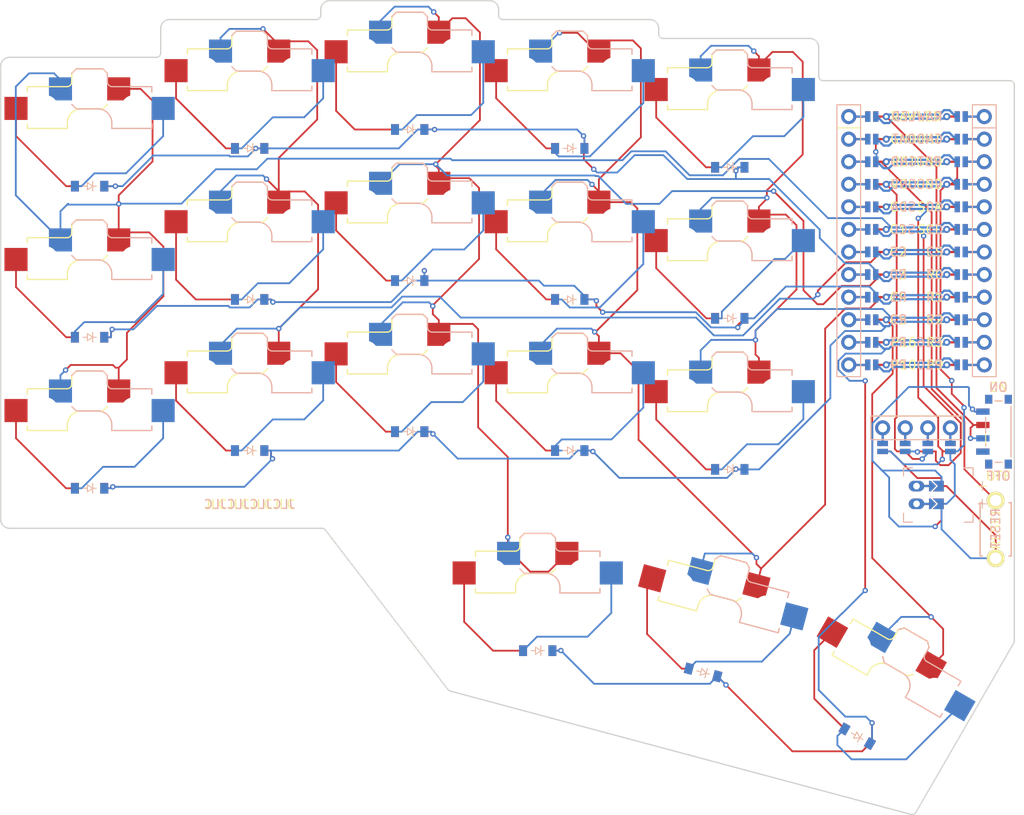
<source format=kicad_pcb>
(kicad_pcb (version 20240108) (generator "pcbnew") (generator_version "8.0")
  (title_block (title "corney_island_wireless") (date "2024-11-30") (rev "0.2") (company "ceoloide"))
  (layers (0 "F.Cu" signal) (31 "B.Cu" signal) (34 "B.Paste" user) (35 "F.Paste" user) (36 "B.SilkS" user "B.Silkscreen") (37 "F.SilkS" user "F.Silkscreen") (38 "B.Mask" user) (39 "F.Mask" user) (44 "Edge.Cuts" user))
  (net 0 "")
  (net 1 "C1")
  (net 2 "pinky_bottom_B")
  (net 3 "GND")
  (net 4 "pinky_home_B")
  (net 5 "pinky_top_B")
  (net 6 "C2")
  (net 7 "ring_bottom_B")
  (net 8 "ring_home_B")
  (net 9 "ring_top_B")
  (net 10 "C3")
  (net 11 "middle_bottom_B")
  (net 12 "middle_home_B")
  (net 13 "middle_top_B")
  (net 14 "C4")
  (net 15 "index_bottom_B")
  (net 16 "index_home_B")
  (net 17 "index_top_B")
  (net 18 "C5")
  (net 19 "inner_bottom_B")
  (net 20 "inner_home_B")
  (net 21 "inner_top_B")
  (net 22 "near_home_B")
  (net 23 "mid_home_B")
  (net 24 "far_home_B")
  (net 25 "R2")
  (net 26 "R1")
  (net 27 "R0")
  (net 28 "R3")
  (net 29 "pinky_bottom_F")
  (net 30 "pinky_home_F")
  (net 31 "pinky_top_F")
  (net 32 "ring_bottom_F")
  (net 33 "ring_home_F")
  (net 34 "ring_top_F")
  (net 35 "middle_bottom_F")
  (net 36 "middle_home_F")
  (net 37 "middle_top_F")
  (net 38 "index_bottom_F")
  (net 39 "index_home_F")
  (net 40 "index_top_F")
  (net 41 "inner_bottom_F")
  (net 42 "inner_home_F")
  (net 43 "inner_top_F")
  (net 44 "near_home_F")
  (net 45 "mid_home_F")
  (net 46 "far_home_F")
  (net 47 "RAW")
  (net 48 "RST")
  (net 49 "VCC")
  (net 50 "C0")
  (net 51 "P16")
  (net 52 "P10")
  (net 53 "LED")
  (net 54 "DAT")
  (net 55 "SDA")
  (net 56 "SCL")
  (net 57 "CS")
  (net 58 "P9")
  (net 59 "MCU1_24")
  (net 60 "MCU1_1")
  (net 61 "MCU1_23")
  (net 62 "MCU1_2")
  (net 63 "MCU1_22")
  (net 64 "MCU1_3")
  (net 65 "MCU1_21")
  (net 66 "MCU1_4")
  (net 67 "MCU1_20")
  (net 68 "MCU1_5")
  (net 69 "MCU1_19")
  (net 70 "MCU1_6")
  (net 71 "MCU1_18")
  (net 72 "MCU1_7")
  (net 73 "MCU1_17")
  (net 74 "MCU1_8")
  (net 75 "MCU1_16")
  (net 76 "MCU1_9")
  (net 77 "MCU1_15")
  (net 78 "MCU1_10")
  (net 79 "MCU1_14")
  (net 80 "MCU1_11")
  (net 81 "MCU1_13")
  (net 82 "MCU1_12")
  (net 83 "DISP1_1")
  (net 84 "DISP1_2")
  (net 85 "DISP1_3")
  (net 86 "DISP1_4")
  (net 87 "BAT_P")
  (net 88 "JST1_1")
  (net 89 "JST1_2")
  (footprint "kbd:ResetSW" (layer "F.Cu") (at 201.9 109.625 90)
    (property "Reference" "B1" (hide yes))
    (property "Value" "")
  )
  (footprint "ceoloide:diode_tht_sod123" (layer "F.Cu") (at 136 64.625 180)
    (property "Reference" "D27" (hide yes))
    (property "Value" "")
  )
  (footprint "ceoloide:mounting_hole_npth" (layer "F.Cu") (at 109 87.25)
    (property "Reference" "MH4" (hide yes))
    (property "Value" "")
  )
  (footprint "ceoloide:switch_choc_v1_v2" (layer "F.Cu") (at 154 78.75)
    (property "Reference" "S29" (hide yes))
    (property "Value" "")
  )
  (footprint "ceoloide:switch_choc_v1_v2" (layer "F.Cu") (at 136 93.625)
    (property "Reference" "S25" (hide yes))
    (property "Value" "")
  )
  (footprint "ceoloide:mcu_nice_nano" (layer "F.Cu") (at 193 75.87)
    (property "Reference" "MCU1" (hide yes))
    (property "Value" "")
  )
  (footprint "ceoloide:diode_tht_sod123" (layer "F.Cu") (at 172 85.875 180)
    (property "Reference" "D32" (hide yes))
    (property "Value" "")
  )
  (footprint "ceoloide:diode_tht_sod123" (layer "F.Cu") (at 154 66.75 180)
    (property "Reference" "D30" (hide yes))
    (property "Value" "")
  )
  (footprint "ceoloide:switch_choc_v1_v2" (layer "F.Cu") (at 100 66)
    (property "Reference" "S21" (hide yes))
    (property "Value" "")
  )
  (footprint "ceoloide:diode_tht_sod123" (layer "F.Cu") (at 100 105 180)
    (property "Reference" "D19" (hide yes))
    (property "Value" "")
  )
  (footprint "ceoloide:diode_tht_sod123" (layer "F.Cu") (at 136 81.625 180)
    (property "Reference" "D26" (hide yes))
    (property "Value" "")
  )
  (footprint "ceoloide:switch_choc_v1_v2" (layer "F.Cu") (at 188.8309 128.5725 -30)
    (property "Reference" "S36" (hide yes))
    (property "Value" "")
  )
  (footprint "ceoloide:switch_choc_v1_v2" (layer "F.Cu") (at 118 95.75)
    (property "Reference" "S22" (hide yes))
    (property "Value" "")
  )
  (footprint "ceoloide:mounting_hole_npth" (layer "F.Cu") (at 163 70.25)
    (property "Reference" "MH5" (hide yes))
    (property "Value" "")
  )
  (footprint "ceoloide:mounting_hole_npth" (layer "F.Cu") (at 141.4 109.775)
    (property "Reference" "MH6" (hide yes))
    (property "Value" "")
  )
  (footprint "ceoloide:switch_choc_v1_v2" (layer "F.Cu") (at 172 97.875)
    (property "Reference" "S31" (hide yes))
    (property "Value" "")
  )
  (footprint "ceoloide:diode_tht_sod123" (layer "F.Cu") (at 172 68.875 180)
    (property "Reference" "D33" (hide yes))
    (property "Value" "")
  )
  (footprint "ceoloide:power_switch_smd_side" (layer "F.Cu") (at 202.2 98.625)
    (property "Reference" "PWR1" (hide yes))
    (property "Value" "")
  )
  (footprint "ceoloide:switch_choc_v1_v2" (layer "F.Cu") (at 136 76.625)
    (property "Reference" "S26" (hide yes))
    (property "Value" "")
  )
  (footprint "ceoloide:diode_tht_sod123" (layer "F.Cu") (at 100 88 180)
    (property "Reference" "D20" (hide yes))
    (property "Value" "")
  )
  (footprint "ceoloide:switch_choc_v1_v2" (layer "F.Cu") (at 172 80.875)
    (property "Reference" "S32" (hide yes))
    (property "Value" "")
  )
  (footprint "ceoloide:diode_tht_sod123" (layer "F.Cu") (at 100 71 180)
    (property "Reference" "D21" (hide yes))
    (property "Value" "")
  )
  (footprint "ceoloide:diode_tht_sod123" (layer "F.Cu") (at 172 102.875 180)
    (property "Reference" "D31" (hide yes))
    (property "Value" "")
  )
  (footprint "ceoloide:diode_tht_sod123" (layer "F.Cu") (at 186.3309 132.9027 150)
    (property "Reference" "D36" (hide yes))
    (property "Value" "")
  )
  (footprint "ceoloide:diode_tht_sod123" (layer "F.Cu") (at 154 100.75 180)
    (property "Reference" "D28" (hide yes))
    (property "Value" "")
  )
  (footprint "ceoloide:diode_tht_sod123" (layer "F.Cu") (at 154 83.75 180)
    (property "Reference" "D29" (hide yes))
    (property "Value" "")
  )
  (footprint "ceoloide:diode_tht_sod123" (layer "F.Cu") (at 168.9992 125.7236 165)
    (property "Reference" "D35" (hide yes))
    (property "Value" "")
  )
  (footprint "ceoloide:diode_tht_sod123" (layer "F.Cu") (at 118 83.75 180)
    (property "Reference" "D23" (hide yes))
    (property "Value" "")
  )
  (footprint "ceoloide:switch_choc_v1_v2" (layer "F.Cu") (at 136 59.625)
    (property "Reference" "S27" (hide yes))
    (property "Value" "")
  )
  (footprint "ceoloide:diode_tht_sod123" (layer "F.Cu") (at 118 100.75 180)
    (property "Reference" "D22" (hide yes))
    (property "Value" "")
  )
  (footprint "ceoloide:switch_choc_v1_v2" (layer "F.Cu") (at 172 63.875)
    (property "Reference" "S33" (hide yes))
    (property "Value" "")
  )
  (footprint "ceoloide:switch_choc_v1_v2" (layer "F.Cu") (at 170.2933 120.894 -15)
    (property "Reference" "S35" (hide yes))
    (property "Value" "")
  )
  (footprint "ceoloide:switch_choc_v1_v2" (layer "F.Cu") (at 118 78.75)
    (property "Reference" "S23" (hide yes))
    (property "Value" "")
  )
  (footprint "ceoloide:switch_choc_v1_v2" (layer "F.Cu") (at 118 61.75)
    (property "Reference" "S24" (hide yes))
    (property "Value" "")
  )
  (footprint "ceoloide:switch_choc_v1_v2" (layer "F.Cu") (at 150.4 118.275)
    (property "Reference" "S34" (hide yes))
    (property "Value" "")
  )
  (footprint "ceoloide:switch_choc_v1_v2" (layer "F.Cu") (at 154 61.75)
    (property "Reference" "S30" (hide yes))
    (property "Value" "")
  )
  (footprint "ceoloide:mounting_hole_npth" (layer "F.Cu") (at 185 107.7)
    (property "Reference" "MH1" (hide yes))
    (property "Value" "")
  )
  (footprint "ceoloide:switch_choc_v1_v2" (layer "F.Cu") (at 154 95.75)
    (property "Reference" "S28" (hide yes))
    (property "Value" "")
  )
  (footprint "ceoloide:diode_tht_sod123" (layer "F.Cu") (at 118 66.75 180)
    (property "Reference" "D24" (hide yes))
    (property "Value" "")
  )
  (footprint "ceoloide:battery_connector_jst_ph_2" (layer "F.Cu") (at 193 105.75 90)
    (property "Reference" "JST1" (hide yes))
    (property "Value" "")
  )
  (footprint "ceoloide:switch_choc_v1_v2" (layer "F.Cu") (at 100 83)
    (property "Reference" "S20" (hide yes))
    (property "Value" "")
  )
  (footprint "ceoloide:mounting_hole_npth" (layer "F.Cu") (at 201 116.6)
    (property "Reference" "MH2" (hide yes))
    (property "Value" "")
  )
  (footprint "ceoloide:switch_choc_v1_v2" (layer "F.Cu") (at 100 100)
    (property "Reference" "S19" (hide yes))
    (property "Value" "")
  )
  (footprint "ceoloide:diode_tht_sod123" (layer "F.Cu") (at 150.4 123.275 180)
    (property "Reference" "D34" (hide yes))
    (property "Value" "")
  )
  (footprint "ceoloide:display_ssd1306" (layer "F.Cu") (at 193 81.5)
    (property "Reference" "DISP1" (hide yes))
    (property "Value" "")
  )
  (footprint "ceoloide:mounting_hole_npth" (layer "F.Cu") (at 109 70.25)
    (property "Reference" "MH3" (hide yes))
    (property "Value" "")
  )
  (footprint "ceoloide:mounting_hole_npth" (layer "F.Cu") (at 181.1866 115.013 -15)
    (property "Reference" "MH7" (hide yes))
    (property "Value" "")
  )
  (footprint "ceoloide:diode_tht_sod123" (layer "F.Cu") (at 136 98.625 180)
    (property "Reference" "D25" (hide yes))
    (property "Value" "")
  )
  (footprint "ceoloide:diode_tht_sod123" (layer "B.Cu") (at 186.3309 132.9027 150)
    (property "Reference" "D18" (hide yes))
    (property "Value" "")
  )
  (footprint "ceoloide:switch_choc_v1_v2" (layer "B.Cu") (at 100 83)
    (property "Reference" "S2" (hide yes))
    (property "Value" "")
  )
  (footprint "ceoloide:switch_choc_v1_v2" (layer "B.Cu") (at 172 97.875)
    (property "Reference" "S13" (hide yes))
    (property "Value" "")
  )
  (footprint "ceoloide:switch_choc_v1_v2" (layer "B.Cu") (at 172 80.875)
    (property "Reference" "S14" (hide yes))
    (property "Value" "")
  )
  (footprint "ceoloide:switch_choc_v1_v2" (layer "B.Cu") (at 154 78.75)
    (property "Reference" "S11" (hide yes))
    (property "Value" "")
  )
  (footprint "ceoloide:diode_tht_sod123" (layer "B.Cu") (at 118 83.75 180)
    (property "Reference" "D5" (hide yes))
    (property "Value" "")
  )
  (footprint "ceoloide:diode_tht_sod123" (layer "B.Cu") (at 136 64.625 180)
    (property "Reference" "D9" (hide yes))
    (property "Value" "")
  )
  (footprint "ceoloide:switch_choc_v1_v2" (layer "B.Cu") (at 118 61.75)
    (property "Reference" "S6" (hide yes))
    (property "Value" "")
  )
  (footprint "ceoloide:diode_tht_sod123" (layer "B.Cu") (at 100 105 180)
    (property "Reference" "D1" (hide yes))
    (property "Value" "")
  )
  (footprint "ceoloide:switch_choc_v1_v2" (layer "B.Cu") (at 150.4 118.275)
    (property "Reference" "S16" (hide yes))
    (property "Value" "")
  )
  (footprint "ceoloide:diode_tht_sod123" (layer "B.Cu") (at 172 85.875 180)
    (property "Reference" "D14" (hide yes))
    (property "Value" "")
  )
  (footprint "ceoloide:diode_tht_sod123" (layer "B.Cu") (at 150.4 123.275 180)
    (property "Reference" "D16" (hide yes))
    (property "Value" "")
  )
  (footprint "ceoloide:diode_tht_sod123" (layer "B.Cu") (at 172 68.875 180)
    (property "Reference" "D15" (hide yes))
    (property "Value" "")
  )
  (footprint "ceoloide:diode_tht_sod123" (layer "B.Cu") (at 154 100.75 180)
    (property "Reference" "D10" (hide yes))
    (property "Value" "")
  )
  (footprint "ceoloide:diode_tht_sod123" (layer "B.Cu") (at 136 98.625 180)
    (property "Reference" "D7" (hide yes))
    (property "Value" "")
  )
  (footprint "ceoloide:diode_tht_sod123" (layer "B.Cu") (at 154 83.75 180)
    (property "Reference" "D11" (hide yes))
    (property "Value" "")
  )
  (footprint "ceoloide:diode_tht_sod123" (layer "B.Cu") (at 154 66.75 180)
    (property "Reference" "D12" (hide yes))
    (property "Value" "")
  )
  (footprint "ceoloide:diode_tht_sod123" (layer "B.Cu") (at 118 100.75 180)
    (property "Reference" "D4" (hide yes))
    (property "Value" "")
  )
  (footprint "ceoloide:switch_choc_v1_v2" (layer "B.Cu") (at 188.8309 128.5725 -30)
    (property "Reference" "S18" (hide yes))
    (property "Value" "")
  )
  (footprint "ceoloide:switch_choc_v1_v2" (layer "B.Cu") (at 154 95.75)
    (property "Reference" "S10" (hide yes))
    (property "Value" "")
  )
  (footprint "ceoloide:diode_tht_sod123" (layer "B.Cu") (at 100 71 180)
    (property "Reference" "D3" (hide yes))
    (property "Value" "")
  )
  (footprint "ceoloide:switch_choc_v1_v2" (layer "B.Cu") (at 136 59.625)
    (property "Reference" "S9" (hide yes))
    (property "Value" "")
  )
  (footprint "ceoloide:switch_choc_v1_v2" (layer "B.Cu") (at 136 76.625)
    (property "Reference" "S8" (hide yes))
    (property "Value" "")
  )
  (footprint "ceoloide:diode_tht_sod123" (layer "B.Cu") (at 172 102.875 180)
    (property "Reference" "D13" (hide yes))
    (property "Value" "")
  )
  (footprint "ceoloide:switch_choc_v1_v2" (layer "B.Cu") (at 172 63.875)
    (property "Reference" "S15" (hide yes))
    (property "Value" "")
  )
  (footprint "ceoloide:diode_tht_sod123" (layer "B.Cu") (at 168.9992 125.7236 165)
    (property "Reference" "D17" (hide yes))
    (property "Value" "")
  )
  (footprint "ceoloide:switch_choc_v1_v2" (layer "B.Cu") (at 100 66)
    (property "Reference" "S3" (hide yes))
    (property "Value" "")
  )
  (footprint "ceoloide:diode_tht_sod123" (layer "B.Cu") (at 136 81.625 180)
    (property "Reference" "D8" (hide yes))
    (property "Value" "")
  )
  (footprint "ceoloide:switch_choc_v1_v2" (layer "B.Cu") (at 154 61.75)
    (property "Reference" "S12" (hide yes))
    (property "Value" "")
  )
  (footprint "ceoloide:switch_choc_v1_v2" (layer "B.Cu") (at 118 95.75)
    (property "Reference" "S4" (hide yes))
    (property "Value" "")
  )
  (footprint "ceoloide:diode_tht_sod123" (layer "B.Cu") (at 118 66.75 180)
    (property "Reference" "D6" (hide yes))
    (property "Value" "")
  )
  (footprint "ceoloide:switch_choc_v1_v2" (layer "B.Cu") (at 118 78.75)
    (property "Reference" "S5" (hide yes))
    (property "Value" "")
  )
  (footprint "ceoloide:switch_choc_v1_v2" (layer "B.Cu") (at 100 100)
    (property "Reference" "S1" (hide yes))
    (property "Value" "")
  )
  (footprint "ceoloide:switch_choc_v1_v2" (layer "B.Cu") (at 136 93.625)
    (property "Reference" "S7" (hide yes))
    (property "Value" "")
  )
  (footprint "ceoloide:switch_choc_v1_v2" (layer "B.Cu") (at 170.2933 120.894 -15)
    (property "Reference" "S17" (hide yes))
    (property "Value" "")
  )
  (footprint "ceoloide:diode_tht_sod123" (layer "B.Cu") (at 100 88 180)
    (property "Reference" "D2" (hide yes))
    (property "Value" "")
  )
  (gr_line (start 126 51.125) (end 126 51.75) (stroke (width 0.15)) (layer "Edge.Cuts"))
  (gr_line (start 146 51.75) (end 146 51.125) (stroke (width 0.15)) (layer "Edge.Cuts"))
  (gr_line (start 181 54.375) (end 164.5 54.375) (stroke (width 0.15)) (layer "Edge.Cuts"))
  (gr_line (start 90 108.5) (end 90 57.5) (stroke (width 0.15)) (layer "Edge.Cuts"))
  (gr_arc (start 204 122.164889) (mid 203.982966 122.2943) (end 203.933013 122.414889) (stroke (width 0.15)) (layer "Edge.Cuts"))
  (gr_line (start 91 109.5) (end 126.12845 109.5) (stroke (width 0.15)) (layer "Edge.Cuts"))
  (gr_arc (start 126 51.125) (mid 126.292893 50.417893) (end 127 50.125) (stroke (width 0.15)) (layer "Edge.Cuts"))
  (gr_arc (start 164.5 54.375) (mid 164.146447 54.228553) (end 164 53.875) (stroke (width 0.15)) (layer "Edge.Cuts"))
  (gr_line (start 140.296679 127.64037) (end 126.525104 109.695591) (stroke (width 0.15)) (layer "Edge.Cuts"))
  (gr_line (start 164 53.875) (end 164 53.25) (stroke (width 0.15)) (layer "Edge.Cuts"))
  (gr_line (start 145 50.125) (end 127 50.125) (stroke (width 0.15)) (layer "Edge.Cuts"))
  (gr_arc (start 91 109.5) (mid 90.292893 109.207107) (end 90 108.5) (stroke (width 0.15)) (layer "Edge.Cuts"))
  (gr_arc (start 108 56) (mid 107.853553 56.353553) (end 107.5 56.5) (stroke (width 0.15)) (layer "Edge.Cuts"))
  (gr_arc (start 140.563924 127.818923) (mid 140.415561 127.751709) (end 140.296679 127.64037) (stroke (width 0.15)) (layer "Edge.Cuts"))
  (gr_line (start 192.932979 141.467506) (end 203.933013 122.414889) (stroke (width 0.15)) (layer "Edge.Cuts"))
  (gr_line (start 182.5 59.125) (end 203.5 59.125) (stroke (width 0.15)) (layer "Edge.Cuts"))
  (gr_arc (start 126.12845 109.5) (mid 126.349564 109.551573) (end 126.525104 109.695591) (stroke (width 0.15)) (layer "Edge.Cuts"))
  (gr_arc (start 146.5 52.25) (mid 146.146447 52.103553) (end 146 51.75) (stroke (width 0.15)) (layer "Edge.Cuts"))
  (gr_line (start 182 58.625) (end 182 55.375) (stroke (width 0.15)) (layer "Edge.Cuts"))
  (gr_arc (start 163 52.25) (mid 163.707107 52.542893) (end 164 53.25) (stroke (width 0.15)) (layer "Edge.Cuts"))
  (gr_line (start 108 53.25) (end 108 56) (stroke (width 0.15)) (layer "Edge.Cuts"))
  (gr_arc (start 145 50.125) (mid 145.707107 50.417893) (end 146 51.125) (stroke (width 0.15)) (layer "Edge.Cuts"))
  (gr_arc (start 181 54.375) (mid 181.707107 54.667893) (end 182 55.375) (stroke (width 0.15)) (layer "Edge.Cuts"))
  (gr_line (start 107.5 56.5) (end 91 56.5) (stroke (width 0.15)) (layer "Edge.Cuts"))
  (gr_arc (start 126 51.75) (mid 125.853553 52.103553) (end 125.5 52.25) (stroke (width 0.15)) (layer "Edge.Cuts"))
  (gr_arc (start 108 53.25) (mid 108.292893 52.542893) (end 109 52.25) (stroke (width 0.15)) (layer "Edge.Cuts"))
  (gr_line (start 163 52.25) (end 146.5 52.25) (stroke (width 0.15)) (layer "Edge.Cuts"))
  (gr_arc (start 182.5 59.125) (mid 182.146447 58.978553) (end 182 58.625) (stroke (width 0.15)) (layer "Edge.Cuts"))
  (gr_arc (start 192.932979 141.467506) (mid 192.691307 141.679426) (end 192.370557 141.700469) (stroke (width 0.15)) (layer "Edge.Cuts"))
  (gr_line (start 204 59.625) (end 204 122.164889) (stroke (width 0.15)) (layer "Edge.Cuts"))
  (gr_arc (start 203.5 59.125) (mid 203.853553 59.271447) (end 204 59.625) (stroke (width 0.15)) (layer "Edge.Cuts"))
  (gr_line (start 125.5 52.25) (end 109 52.25) (stroke (width 0.15)) (layer "Edge.Cuts"))
  (gr_line (start 192.370557 141.700469) (end 140.563924 127.818923) (stroke (width 0.15)) (layer "Edge.Cuts"))
  (gr_arc (start 90 57.5) (mid 90.292893 56.792893) (end 91 56.5) (stroke (width 0.15)) (layer "Edge.Cuts"))
  (gr_text "JLCJLCJLCJLC" (at 118 106.8 0) (layer "B.SilkS") (effects (font (size 1 1)) (justify mirror)))
  (gr_text "JLCJLCJLCJLC" (at 118 106.8 0) (layer "F.SilkS") (effects (font (size 1 1))))
  (segment (start 188.42 75.87) (end 189.6 75.87) (width 0.25) (layer "F.Cu") (net 1))
  (segment (start 107.0803 61.3907) (end 105.7396 60.05) (width 0.2) (layer "F.Cu") (net 1))
  (segment (start 103.275 94.05) (end 103.275 91.425) (width 0.2) (layer "F.Cu") (net 1))
  (segment (start 97.875 91.125) (end 102.625 91.125) (width 0.2) (layer "F.Cu") (net 1))
  (segment (start 103.275 72.027) (end 107.0803 68.2217) (width 0.2) (layer "F.Cu") (net 1))
  (segment (start 108.3 83.4) (end 108.3 77.8) (width 0.2) (layer "F.Cu") (net 1))
  (segment (start 104.125 76.2) (end 103.275 77.05) (width 0.2) (layer "F.Cu") (net 1))
  (segment (start 103.275 91.425) (end 104.2 90.5) (width 0.2) (layer "F.Cu") (net 1))
  (segment (start 102.625 91.125) (end 102.925 91.425) (width 0.2) (layer "F.Cu") (net 1))
  (segment (start 102.925 91.425) (end 103.275 91.425) (width 0.2) (layer "F.Cu") (net 1))
  (segment (start 107.0803 68.2217) (end 107.0803 61.3907) (width 0.2) (layer "F.Cu") (net 1))
  (segment (start 104.2 87.5) (end 108.3 83.4) (width 0.2) (layer "F.Cu") (net 1))
  (segment (start 103.275 73) (end 103.275 77.05) (width 0.2) (layer "F.Cu") (net 1))
  (segment (start 106.7 76.2) (end 104.125 76.2) (width 0.2) (layer "F.Cu") (net 1))
  (segment (start 97.3 91.7) (end 97.875 91.125) (width 0.2) (layer "F.Cu") (net 1))
  (segment (start 108.3 77.8) (end 106.7 76.2) (width 0.2) (layer "F.Cu") (net 1))
  (segment (start 103.275 77.05) (end 102.9136 77.4114) (width 0.2) (layer "F.Cu") (net 1))
  (segment (start 103.275 73) (end 103.275 72.027) (width 0.2) (layer "F.Cu") (net 1))
  (segment (start 105.7396 60.05) (end 103.275 60.05) (width 0.2) (layer "F.Cu") (net 1))
  (segment (start 104.2 90.5) (end 104.2 87.5) (width 0.2) (layer "F.Cu") (net 1))
  (via (at 103.275 73) (size 0.6) (drill 0.3) (layers "F.Cu" "B.Cu") (net 1))
  (via (at 97.3 91.7) (size 0.6) (drill 0.3) (layers "F.Cu" "B.Cu") (net 1))
  (segment (start 97.3 91.7) (end 96.725 92.275) (width 0.2) (layer "B.Cu") (net 1))
  (segment (start 189.1218 74.6) (end 190.1718 75.65) (width 0.2) (layer "B.Cu") (net 1))
  (segment (start 190.1718 75.65) (end 189.82 75.65) (width 0.25) (layer "B.Cu") (net 1))
  (segment (start 176.3908 67.9385) (end 183.0523 74.6) (width 0.2) (layer "B.Cu") (net 1))
  (segment (start 91.7 72.025) (end 96.725 77.05) (width 0.2) (layer "B.Cu") (net 1))
  (segment (start 140.6067 67.9054) (end 140.781 68.0797) (width 0.2) (layer "B.Cu") (net 1))
  (segment (start 96.725 73.8292) (end 96.725 77.05) (width 0.2) (layer "B.Cu") (net 1))
  (segment (start 96.725 59.025) (end 96 58.3) (width 0.2) (layer "B.Cu") (net 1))
  (segment (start 189.82 75.65) (end 189.6 75.87) (width 0.2) (layer "B.Cu") (net 1))
  (segment (start 197.58 75.87) (end 197.425 75.87) (width 0.25) (layer "B.Cu") (net 1))
  (segment (start 171.2232 69.7767) (end 173.0614 67.9385) (width 0.2) (layer "B.Cu") (net 1))
  (segment (start 97.4771 73.0771) (end 96.725 73.8292) (width 0.2) (layer "B.Cu") (net 1))
  (segment (start 159.9195 68.0797) (end 160.9206 67.0786) (width 0.2) (layer "B.Cu") (net 1))
  (segment (start 93.2 58.3) (end 91.7 59.8) (width 0.2) (layer "B.Cu") (net 1))
  (segment (start 114.2 69.1) (end 118.8008 69.1) (width 0.2) (layer "B.Cu") (net 1))
  (segment (start 183.0523 74.6) (end 189.1218 74.6) (width 0.2) (layer "B.Cu") (net 1))
  (segment (start 197.425 75.87) (end 196.7 75.145) (width 0.25) (layer "B.Cu") (net 1))
  (segment (start 195.595 75.65) (end 190.1718 75.65) (width 0.25) (layer "B.Cu") (net 1))
  (segment (start 96.725 92.275) (end 96.725 94.05) (width 0.2) (layer "B.Cu") (net 1))
  (segment (start 96 58.3) (end 93.2 58.3) (width 0.2) (layer "B.Cu") (net 1))
  (segment (start 140.781 68.0797) (end 159.9195 68.0797) (width 0.2) (layer "B.Cu") (net 1))
  (segment (start 196.7 75.145) (end 196.1 75.145) (width 0.25) (layer "B.Cu") (net 1))
  (segment (start 164.7855 67.0786) (end 167.4836 69.7767) (width 0.2) (layer "B.Cu") (net 1))
  (segment (start 110.3349 72.9651) (end 114.2 69.1) (width 0.2) (layer "B.Cu") (net 1))
  (segment (start 103.1979 73.0771) (end 97.4771 73.0771) (width 0.2) (layer "B.Cu") (net 1))
  (segment (start 196.1 75.145) (end 195.595 75.65) (width 0.25) (layer "B.Cu") (net 1))
  (segment (start 97.5891 72.9651) (end 97.4771 73.0771) (width 0.2) (layer "B.Cu") (net 1))
  (segment (start 103.3099 72.9651) (end 110.3349 72.9651) (width 0.2) (layer "B.Cu") (net 1))
  (segment (start 103.275 73) (end 103.1979 73.0771) (width 0.2) (layer "B.Cu") (net 1))
  (segment (start 167.4836 69.7767) (end 171.2232 69.7767) (width 0.2) (layer "B.Cu") (net 1))
  (segment (start 118.8008 69.1) (end 119.9954 67.9054) (width 0.2) (layer "B.Cu") (net 1))
  (segment (start 173.0614 67.9385) (end 176.3908 67.9385) (width 0.2) (layer "B.Cu") (net 1))
  (segment (start 119.9954 67.9054) (end 140.6067 67.9054) (width 0.2) (layer "B.Cu") (net 1))
  (segment (start 160.9206 67.0786) (end 164.7855 67.0786) (width 0.2) (layer "B.Cu") (net 1))
  (segment (start 103.275 73) (end 103.3099 72.9651) (width 0.2) (layer "B.Cu") (net 1))
  (segment (start 96.725 60.05) (end 96.725 59.025) (width 0.2) (layer "B.Cu") (net 1))
  (segment (start 197.775 75.87) (end 197.58 75.87) (width 0.25) (layer "B.Cu") (net 1))
  (segment (start 91.7 59.8) (end 91.7 72.025) (width 0.2) (layer "B.Cu") (net 1))
  (segment (start 108.275 99.364) (end 108.275 96.25) (width 0.2) (layer "B.Cu") (net 2))
  (segment (start 105.0541 102.5849) (end 108.275 99.364) (width 0.2) (layer "B.Cu") (net 2))
  (segment (start 98.35 105) (end 99.1017 105) (width 0.2) (layer "B.Cu") (net 2))
  (segment (start 99.1017 105) (end 101.5168 102.5849) (width 0.2) (layer "B.Cu") (net 2))
  (segment (start 101.5168 102.5849) (end 105.0541 102.5849) (width 0.2) (layer "B.Cu") (net 2))
  (segment (start 196.89 70.79) (end 197.58 70.1) (width 0.2) (layer "F.Cu") (net 3))
  (segment (start 195.816 104.75) (end 196.3677 104.75) (width 0.2) (layer "F.Cu") (net 3))
  (segment (start 188.42 65.71) (end 189.6 65.71) (width 0.25) (layer "F.Cu") (net 3))
  (segment (start 188.42 65.71) (end 188.42 67.135) (width 0.2) (layer "F.Cu") (net 3))
  (segment (start 195.816 103.8483) (end 193.09 103.8483) (width 0.2) (layer "F.Cu") (net 3))
  (segment (start 195.6964 71.4936) (end 196.4 70.79) (width 0.2) (layer "F.Cu") (net 3))
  (segment (start 196.89 70.79) (end 196.4 70.79) (width 0.25) (layer "F.Cu") (net 3))
  (segment (start 201.9 112.875) (end 201.9 110.2823) (width 0.2) (layer "F.Cu") (net 3))
  (segment (start 196.9632 92.8883) (end 195.6964 91.6215) (width 0.2) (layer "F.Cu") (net 3))
  (segment (start 196.9632 92.8883) (end 196.9632 94.3632) (width 0.2) (layer "F.Cu") (net 3))
  (segment (start 195.816 104.75) (end 195.816 103.8483) (width 0.2) (layer "F.Cu") (net 3))
  (segment (start 189.19 100.85) (end 190.0917 100.85) (width 0.2) (layer "F.Cu") (net 3))
  (segment (start 198.342914 95.742914) (end 198.342914 95.922835) (width 0.2) (layer "F.Cu") (net 3))
  (segment (start 201.9 110.2823) (end 196.3677 104.75) (width 0.2) (layer "F.Cu") (net 3))
  (segment (start 195.6964 91.6215) (end 195.6964 71.4936) (width 0.2) (layer "F.Cu") (net 3))
  (segment (start 197.58 68.25) (end 196.4 68.25) (width 0.25) (layer "F.Cu") (net 3))
  (segment (start 197.58 70.79) (end 196.89 70.79) (width 0.25) (layer "F.Cu") (net 3))
  (segment (start 193.09 103.8483) (end 190.0917 100.85) (width 0.2) (layer "F.Cu") (net 3))
  (segment (start 197.58 70.1) (end 197.58 68.25) (width 0.2) (layer "F.Cu") (net 3))
  (segment (start 196.9632 94.3632) (end 198.1 95.5) (width 0.2) (layer "F.Cu") (net 3))
  (segment (start 198.1 95.5) (end 198.342914 95.742914) (width 0.2) (layer "F.Cu") (net 3))
  (via (at 196.9632 92.8883) (size 0.6) (drill 0.3) (layers "F.Cu" "B.Cu") (net 3))
  (via (at 188.42 67.135) (size 0.6) (drill 0.3) (layers "F.Cu" "B.Cu") (net 3))
  (via (at 198.342914 95.922835) (size 0.6) (drill 0.3) (layers "F.Cu" "B.Cu") (net 3))
  (segment (start 188.575 70.79) (end 189.3 71.515) (width 0.25) (layer "B.Cu") (net 3))
  (segment (start 189.82 65.49) (end 189.6 65.71) (width 0.2) (layer "B.Cu") (net 3))
  (segment (start 196.7 64.985) (end 196.1 64.985) (width 0.25) (layer "B.Cu") (net 3))
  (segment (start 197.425 65.71) (end 196.7 64.985) (width 0.25) (layer "B.Cu") (net 3))
  (segment (start 196.81 100.85) (end 196.81 101.7924) (width 0.2) (layer "B.Cu") (net 3))
  (segment (start 189.9 71.515) (end 190.395 71.02) (width 0.25) (layer "B.Cu") (net 3))
  (segment (start 189.9 68.975) (end 190.395 68.48) (width 0.25) (layer "B.Cu") (net 3))
  (segment (start 196.81 100.85) (end 197.61 100.85) (width 0.2) (layer "B.Cu") (net 3))
  (segment (start 195.595 65.49) (end 189.82 65.49) (width 0.25) (layer "B.Cu") (net 3))
  (segment (start 197.3 105.8177) (end 197.3 102.2824) (width 0.2) (layer "B.Cu") (net 3))
  (segment (start 190.395 71.02) (end 196.17 71.02) (width 0.25) (layer "B.Cu") (net 3))
  (segment (start 188.225 68.25) (end 188.42 68.25) (width 0.25) (layer "B.Cu") (net 3))
  (segment (start 199.075 112.875) (end 195.816 109.616) (width 0.2) (layer "B.Cu") (net 3))
  (segment (start 188.575 68.25) (end 189.3 68.975) (width 0.25) (layer "B.Cu") (net 3))
  (segment (start 188.4975 68.25) (end 188.4975 67.2125) (width 0.2) (layer "B.Cu") (net 3))
  (segment (start 188.4975 67.2125) (end 188.42 67.135) (width 0.2) (layer "B.Cu") (net 3))
  (segment (start 198.342914 100.117086) (end 198.342914 95.922835) (width 0.2) (layer "B.Cu") (net 3))
  (segment (start 195.816 106.75) (end 196.3677 106.75) (width 0.2) (layer "B.Cu") (net 3))
  (segment (start 188.42 70.79) (end 188.575 70.79) (width 0.25) (layer "B.Cu") (net 3))
  (segment (start 189.3 71.515) (end 189.9 71.515) (width 0.25) (layer "B.Cu") (net 3))
  (segment (start 190.395 68.48) (end 196.17 68.48) (width 0.25) (layer "B.Cu") (net 3))
  (segment (start 196.17 68.48) (end 196.4 68.25) (width 0.2) (layer "B.Cu") (net 3))
  (segment (start 188.4975 68.25) (end 188.575 68.25) (width 0.25) (layer "B.Cu") (net 3))
  (segment (start 197.58 65.71) (end 197.425 65.71) (width 0.25) (layer "B.Cu") (net 3))
  (segment (start 196.17 71.02) (end 196.4 70.79) (width 0.2) (layer "B.Cu") (net 3))
  (segment (start 188.42 68.25) (end 188.4975 68.25) (width 0.25) (layer "B.Cu") (net 3))
  (segment (start 197.61 100.85) (end 198.342914 100.117086) (width 0.2) (layer "B.Cu") (net 3))
  (segment (start 188.225 70.79) (end 188.42 70.79) (width 0.25) (layer "B.Cu") (net 3))
  (segment (start 196.1 64.985) (end 195.595 65.49) (width 0.25) (layer "B.Cu") (net 3))
  (segment (start 196.81 101.7924) (end 197.3 102.2824) (width 0.2) (layer "B.Cu") (net 3))
  (segment (start 195.816 109.616) (end 195.816 106.75) (width 0.2) (layer "B.Cu") (net 3))
  (segment (start 196.3677 106.75) (end 197.3 105.8177) (width 0.2) (layer "B.Cu") (net 3))
  (segment (start 197.775 65.71) (end 197.58 65.71) (width 0.25) (layer "B.Cu") (net 3))
  (segment (start 201.9 112.875) (end 199.075 112.875) (width 0.2) (layer "B.Cu") (net 3))
  (segment (start 189.3 68.975) (end 189.9 68.975) (width 0.25) (layer "B.Cu") (net 3))
  (segment (start 98.35 87.35) (end 99.4 86.3) (width 0.2) (layer "B.Cu") (net 4))
  (segment (start 98.35 88) (end 98.35 87.35) (width 0.2) (layer "B.Cu") (net 4))
  (segment (start 108.275 83.125) (end 108.275 79.25) (width 0.2) (layer "B.Cu") (net 4))
  (segment (start 105.1 86.3) (end 108.275 83.125) (width 0.2) (layer "B.Cu") (net 4))
  (segment (start 99.4 86.3) (end 105.1 86.3) (width 0.2) (layer "B.Cu") (net 4))
  (segment (start 98.35 71) (end 99.1017 71) (width 0.2) (layer "B.Cu") (net 5))
  (segment (start 99.1017 71) (end 100.5467 69.555) (width 0.2) (layer "B.Cu") (net 5))
  (segment (start 108.275 65.3667) (end 108.275 62.25) (width 0.2) (layer "B.Cu") (net 5))
  (segment (start 104.0867 69.555) (end 108.275 65.3667) (width 0.2) (layer "B.Cu") (net 5))
  (segment (start 100.5467 69.555) (end 104.0867 69.555) (width 0.2) (layer "B.Cu") (net 5))
  (segment (start 125.7 73.1) (end 125.7 82.603) (width 0.2) (layer "F.Cu") (net 6))
  (segment (start 121.275 72.8) (end 122.475 71.6) (width 0.2) (layer "F.Cu") (net 6))
  (segment (start 125.6 55.7) (end 125.6 63.5) (width 0.2) (layer "F.Cu") (net 6))
  (segment (start 125.6 63.5) (end 121.275 67.825) (width 0.2) (layer "F.Cu") (net 6))
  (segment (start 120.8922 73.1828) (end 121.275 72.8) (width 0.2) (layer "F.Cu") (net 6))
  (segment (start 121.275 55.8) (end 122.375 54.7) (width 0.2) (layer "F.Cu") (net 6))
  (segment (start 121.275 71.575) (end 121.275 72.8) (width 0.2) (layer "F.Cu") (net 6))
  (segment (start 121.275 72.8) (end 121.275 71.1983) (width 0.2) (layer "F.Cu") (net 6))
  (segment (start 121.275 67.825) (end 121.275 72.8) (width 0.2) (layer "F.Cu") (net 6))
  (segment (start 189.01 78.41) (end 189.6 78.41) (width 0.25) (layer "F.Cu") (net 6))
  (segment (start 188.42 78.41) (end 189.01 78.41) (width 0.25) (layer "F.Cu") (net 6))
  (segment (start 187.8583 79.5617) (end 189.01 78.41) (width 0.2) (layer "F.Cu") (net 6))
  (segment (start 122.475 71.6) (end 124.2 71.6) (width 0.2) (layer "F.Cu") (net 6))
  (segment (start 124.6 54.7) (end 125.6 55.7) (width 0.2) (layer "F.Cu") (net 6))
  (segment (start 119.5 53.3) (end 121.275 55.075) (width 0.2) (layer "F.Cu") (net 6))
  (segment (start 185.0999 79.5617) (end 187.8583 79.5617) (width 0.2) (layer "F.Cu") (net 6))
  (segment (start 125.7 82.603) (end 121.275 87.028) (width 0.2) (layer "F.Cu") (net 6))
  (segment (start 124.2 71.6) (end 125.7 73.1) (width 0.2) (layer "F.Cu") (net 6))
  (segment (start 119.9 70.2) (end 121.275 71.575) (width 0.2) (layer "F.Cu") (net 6))
  (segment (start 121.275 89.8) (end 121.275 87.028) (width 0.2) (layer "F.Cu") (net 6))
  (segment (start 120.8922 56.1828) (end 121.275 55.8) (width 0.2) (layer "F.Cu") (net 6))
  (segment (start 181.9 83.2) (end 181.9 82.7616) (width 0.2) (layer "F.Cu") (net 6))
  (segment (start 181.9 82.7616) (end 185.0999 79.5617) (width 0.2) (layer "F.Cu") (net 6))
  (segment (start 122.375 54.7) (end 124.6 54.7) (width 0.2) (layer "F.Cu") (net 6))
  (segment (start 121.275 55.075) (end 121.275 55.8) (width 0.2) (layer "F.Cu") (net 6))
  (via (at 181.9 83.2) (size 0.6) (drill 0.3) (layers "F.Cu" "B.Cu") (net 6))
  (via (at 119.9 70.2) (size 0.6) (drill 0.3) (layers "F.Cu" "B.Cu") (net 6))
  (via (at 119.5 53.3) (size 0.6) (drill 0.3) (layers "F.Cu" "B.Cu") (net 6))
  (via (at 121.275 87.028) (size 0.6) (drill 0.3) (layers "F.Cu" "B.Cu") (net 6))
  (segment (start 114.725 54.3) (end 115.725 53.3) (width 0.2) (layer "B.Cu") (net 6))
  (segment (start 135.164 83.43) (end 133.9488 84.6452) (width 0.2) (layer "B.Cu") (net 6))
  (segment (start 119.9 70.2) (end 119.5 69.8) (width 0.2) (layer "B.Cu") (net 6))
  (segment (start 177.6292 83.6603) (end 173.4895 87.8) (width 0.2) (layer "B.Cu") (net 6))
  (segment (start 116.572 87.028) (end 121.275 87.028) (width 0.2) (layer "B.Cu") (net 6))
  (segment (start 195.595 78.19) (end 189.82 78.19) (width 0.25) (layer "B.Cu") (net 6))
  (segment (start 196.7 77.685) (end 196.1 77.685) (width 0.25) (layer "B.Cu") (net 6))
  (segment (start 173.4895 87.8) (end 170.2213 87.8) (width 0.2) (layer "B.Cu") (net 6))
  (segment (start 114.725 55.8) (end 114.725 54.3) (width 0.2) (layer "B.Cu") (net 6))
  (segment (start 114.725 71.575) (end 114.725 72.8) (width 0.2) (layer "B.Cu") (net 6))
  (segment (start 114.725 89.8) (end 114.725 88.875) (width 0.2) (layer "B.Cu") (net 6))
  (segment (start 181.9 83.2) (end 181.4397 83.6603) (width 0.2) (layer "B.Cu") (net 6))
  (segment (start 117.5 53.3) (end 119.5 53.3) (width 0.2) (layer "B.Cu") (net 6))
  (segment (start 123.6578 84.6452) (end 121.275 87.028) (width 0.2) (layer "B.Cu") (net 6))
  (segment (start 181.4397 83.6603) (end 177.6292 83.6603) (width 0.2) (layer "B.Cu") (net 6))
  (segment (start 197.58 78.41) (end 197.425 78.41) (width 0.25) (layer "B.Cu") (net 6))
  (segment (start 168.2057 85.7844) (end 141.7346 85.7844) (width 0.2) (layer "B.Cu") (net 6))
  (segment (start 114.725 88.875) (end 116.572 87.028) (width 0.2) (layer "B.Cu") (net 6))
  (segment (start 196.1 77.685) (end 195.595 78.19) (width 0.25) (layer "B.Cu") (net 6))
  (segment (start 119.5 69.8) (end 116.5 69.8) (width 0.2) (layer "B.Cu") (net 6))
  (segment (start 141.7346 85.7844) (end 139.3802 83.43) (width 0.2) (layer "B.Cu") (net 6))
  (segment (start 197.425 78.41) (end 196.7 77.685) (width 0.25) (layer "B.Cu") (net 6))
  (segment (start 133.9488 84.6452) (end 123.6578 84.6452) (width 0.2) (layer "B.Cu") (net 6))
  (segment (start 170.2213 87.8) (end 168.2057 85.7844) (width 0.2) (layer "B.Cu") (net 6))
  (segment (start 115.725 53.3) (end 117.5 53.3) (width 0.2) (layer "B.Cu") (net 6))
  (segment (start 197.775 78.41) (end 197.58 78.41) (width 0.25) (layer "B.Cu") (net 6))
  (segment (start 116.5 69.8) (end 114.725 71.575) (width 0.2) (layer "B.Cu") (net 6))
  (segment (start 189.82 78.19) (end 189.6 78.41) (width 0.2) (layer "B.Cu") (net 6))
  (segment (start 139.3802 83.43) (end 135.164 83.43) (width 0.2) (layer "B.Cu") (net 6))
  (segment (start 116.35 100.75) (end 117.1017 100.75) (width 0.2) (layer "B.Cu") (net 7))
  (segment (start 120.6 97.2517) (end 124.1347 97.2517) (width 0.2) (layer "B.Cu") (net 7))
  (segment (start 124.1347 97.2517) (end 126.275 95.1114) (width 0.2) (layer "B.Cu") (net 7))
  (segment (start 117.1017 100.75) (end 120.6 97.2517) (width 0.2) (layer "B.Cu") (net 7))
  (segment (start 126.275 95.1114) (end 126.275 92) (width 0.2) (layer "B.Cu") (net 7))
  (segment (start 126.275 78.104) (end 126.275 75) (width 0.2) (layer "B.Cu") (net 8))
  (segment (start 116.35 83.75) (end 117.1017 83.75) (width 0.2) (layer "B.Cu") (net 8))
  (segment (start 122.4532 81.9258) (end 126.275 78.104) (width 0.2) (layer "B.Cu") (net 8))
  (segment (start 118.9259 81.9258) (end 122.4532 81.9258) (width 0.2) (layer "B.Cu") (net 8))
  (segment (start 117.1017 83.75) (end 118.9259 81.9258) (width 0.2) (layer "B.Cu") (net 8))
  (segment (start 124.1347 63.2517) (end 126.275 61.1114) (width 0.2) (layer "B.Cu") (net 9))
  (segment (start 120.6 63.2517) (end 124.1347 63.2517) (width 0.2) (layer "B.Cu") (net 9))
  (segment (start 117.1017 66.75) (end 120.6 63.2517) (width 0.2) (layer "B.Cu") (net 9))
  (segment (start 116.35 66.75) (end 117.1017 66.75) (width 0.2) (layer "B.Cu") (net 9))
  (segment (start 126.275 61.1114) (end 126.275 58) (width 0.2) (layer "B.Cu") (net 9))
  (segment (start 139.275 53.675) (end 139.15 53.8) (width 0.2) (layer "F.Cu") (net 10))
  (segment (start 140.6 70.1) (end 140.025 70.675) (width 0.2) (layer "F.Cu") (net 10))
  (segment (start 139.275 51.9697) (end 139.275 53.675) (width 0.2) (layer "F.Cu") (net 10))
  (segment (start 153.675 112.325) (end 151.6233 114.3767) (width 0.2) (layer "F.Cu") (net 10))
  (segment (start 138.6 84.3993) (end 143.8 79.1993) (width 0.2) (layer "F.Cu") (net 10))
  (segment (start 143.7 87.1) (end 143.7 98.1427) (width 0.2) (layer "F.Cu") (net 10))
  (segment (start 142.7 70.1) (end 140.6 70.1) (width 0.2) (layer "F.Cu") (net 10))
  (segment (start 138.9316 68.7299) (end 139.275 69.0733) (width 0.2) (layer "F.Cu") (net 10))
  (segment (start 138.8936 88.0564) (end 139.275 87.675) (width 0.2) (layer "F.Cu") (net 10))
  (segment (start 147.0327 101.4754) (end 147.0327 110.5135) (width 0.2) (layer "F.Cu") (net 10))
  (segment (start 143.8 71.2) (end 142.7 70.1) (width 0.2) (layer "F.Cu") (net 10))
  (segment (start 189.01 80.95) (end 189.6 80.95) (width 0.25) (layer "F.Cu") (net 10))
  (segment (start 143.9 53.7) (end 143.9 63.5613) (width 0.2) (layer "F.Cu") (net 10))
  (segment (start 139.275 53.675) (end 139.275 53.625) (width 0.2) (layer "F.Cu") (net 10))
  (segment (start 151.6233 114.3767) (end 149.5486 114.3767) (width 0.2) (layer "F.Cu") (net 10))
  (segment (start 138.7 51.3947) (end 139.275 51.9697) (width 0.2) (layer "F.Cu") (net 10))
  (segment (start 187.74 82.22) (end 184.583 82.22) (width 0.2) (layer "F.Cu") (net 10))
  (segment (start 143.1 86.5) (end 143.7 87.1) (width 0.2) (layer "F.Cu") (net 10))
  (segment (start 184.583 82.22) (end 182.5149 84.2881) (width 0.2) (layer "F.Cu") (net 10))
  (segment (start 188.42 80.95) (end 189.01 80.95) (width 0.25) (layer "F.Cu") (net 10))
  (segment (start 138.9238 71.0262) (end 139.275 70.675) (width 0.2) (layer "F.Cu") (net 10))
  (segment (start 180.2878 82.7161) (end 180.2878 74.9152) (width 0.2) (layer "F.Cu") (net 10))
  (segment (start 138.6 84.5) (end 138.6 84.3993) (width 0.2) (layer "F.Cu") (net 10))
  (segment (start 143.7 98.1427) (end 147.0327 101.4754) (width 0.2) (layer "F.Cu") (net 10))
  (segment (start 149.5486 114.3767) (end 147.0327 111.8608) (width 0.2) (layer "F.Cu") (net 10))
  (segment (start 143.9 63.5613) (end 138.9316 68.5297) (width 0.2) (layer "F.Cu") (net 10))
  (segment (start 140.45 86.5) (end 143.1 86.5) (width 0.2) (layer "F.Cu") (net 10))
  (segment (start 139.275 87.675) (end 140.45 86.5) (width 0.2) (layer "F.Cu") (net 10))
  (segment (start 181.8598 84.2881) (end 180.2878 82.7161) (width 0.2) (layer "F.Cu") (net 10))
  (segment (start 189.01 80.95) (end 187.74 82.22) (width 0.2) (layer "F.Cu") (net 10))
  (segment (start 140.025 70.675) (end 139.275 70.675) (width 0.2) (layer "F.Cu") (net 10))
  (segment (start 143.8 79.1993) (end 143.8 71.2) (width 0.2) (layer "F.Cu") (net 10))
  (segment (start 138.6 85.3983) (end 139.275 86.0733) (width 0.2) (layer "F.Cu") (net 10))
  (segment (start 138.9316 68.5297) (end 138.9316 68.7299) (width 0.2) (layer "F.Cu") (net 10))
  (segment (start 139.275 70.675) (end 139.275 70.2994) (width 0.2) (layer "F.Cu") (net 10))
  (segment (start 139.275 69.8741) (end 139.275 70.2994) (width 0.2) (layer "F.Cu") (net 10))
  (segment (start 139.275 86.0733) (end 139.275 87.675) (width 0.2) (layer "F.Cu") (net 10))
  (segment (start 180.2878 74.9152) (end 176.9295 71.5569) (width 0.2) (layer "F.Cu") (net 10))
  (segment (start 138.6 84.5) (end 138.6 85.3983) (width 0.2) (layer "F.Cu") (net 10))
  (segment (start 142.3 52.1) (end 143.9 53.7) (width 0.2) (layer "F.Cu") (net 10))
  (segment (start 182.5149 84.2881) (end 181.8598 84.2881) (width 0.2) (layer "F.Cu") (net 10))
  (segment (start 147.0327 111.8608) (end 147.0327 110.5135) (width 0.2) (layer "F.Cu") (net 10))
  (segment (start 139.275 69.8741) (end 139.275 69.0733) (width 0.2) (layer "F.Cu") (net 10))
  (segment (start 139.275 53.625) (end 140.8 52.1) (width 0.2) (layer "F.Cu") (net 10))
  (segment (start 140.8 52.1) (end 142.3 52.1) (width 0.2) (layer "F.Cu") (net 10))
  (via (at 147.0327 110.5135) (size 0.6) (drill 0.3) (layers "F.Cu" "B.Cu") (net 10))
  (via (at 138.6 84.5) (size 0.6) (drill 0.3) (layers "F.Cu" "B.Cu") (net 10))
  (via (at 138.9316 68.5297) (size 0.6) (drill 0.3) (layers "F.Cu" "B.Cu") (net 10))
  (via (at 138.7 51.3947) (size 0.6) (drill 0.3) (layers "F.Cu" "B.Cu") (net 10))
  (via (at 176.9295 71.5569) (size 0.6) (drill 0.3) (layers "F.Cu" "B.Cu") (net 10))
  (segment (start 138.1053 50.8) (end 134.3 50.8) (width 0.2) (layer "B.Cu") (net 10))
  (segment (start 160.3366 72.9866) (end 157.2153 69.8653) (width 0.2) (layer "B.Cu") (net 10))
  (segment (start 134.3 50.8) (end 132.725 52.375) (width 0.2) (layer "B.Cu") (net 10))
  (segment (start 196.1 80.225) (end 195.595 80.73) (width 0.25) (layer "B.Cu") (net 10))
  (segment (start 197.775 80.95) (end 197.58 80.95) (width 0.25) (layer "B.Cu") (net 10))
  (segment (start 197.425 80.95) (end 196.7 80.225) (width 0.25) (layer "B.Cu") (net 10))
  (segment (start 147.125 110.6058) (end 147.0327 110.5135) (width 0.2) (layer "B.Cu") (net 10))
  (segment (start 164.0843 72.9866) (end 160.3366 72.9866) (width 0.2) (layer "B.Cu") (net 10))
  (segment (start 132.725 52.375) (end 132.725 53.675) (width 0.2) (layer "B.Cu") (net 10))
  (segment (start 197.58 80.95) (end 197.425 80.95) (width 0.25) (layer "B.Cu") (net 10))
  (segment (start 196.7 80.225) (end 196.1 80.225) (width 0.25) (layer "B.Cu") (net 10))
  (segment (start 134.8703 68.5297) (end 138.9316 68.5297) (width 0.2) (layer "B.Cu") (net 10))
  (segment (start 156.834314 69.8) (end 140.2019 69.8) (width 0.2) (layer "B.Cu") (net 10))
  (segment (start 165.514 71.5569) (end 164.0843 72.9866) (width 0.2) (layer "B.Cu") (net 10))
  (segment (start 156.899614 69.8653) (end 156.834314 69.8) (width 0.2) (layer "B.Cu") (net 10))
  (segment (start 157.2153 69.8653) (end 156.899614 69.8653) (width 0.2) (layer "B.Cu") (net 10))
  (segment (start 135.2245 84.0755) (end 132.725 86.575) (width 0.2) (layer "B.Cu") (net 10))
  (segment (start 138.6 84.5) (end 138.1755 84.0755) (width 0.2) (layer "B.Cu") (net 10))
  (segment (start 132.725 70.675) (end 134.8703 68.5297) (width 0.2) (layer "B.Cu") (net 10))
  (segment (start 138.1755 84.0755) (end 135.2245 84.0755) (width 0.2) (layer "B.Cu") (net 10))
  (segment (start 140.2019 69.8) (end 138.9316 68.5297) (width 0.2) (layer "B.Cu") (net 10))
  (segment (start 147.125 112.325) (end 147.125 110.6058) (width 0.2) (layer "B.Cu") (net 10))
  (segment (start 138.7 51.3947) (end 138.1053 50.8) (width 0.2) (layer "B.Cu") (net 10))
  (segment (start 132.725 86.575) (end 132.725 87.675) (width 0.2) (layer "B.Cu") (net 10))
  (segment (start 176.9295 71.5569) (end 165.514 71.5569) (width 0.2) (layer "B.Cu") (net 10))
  (segment (start 195.595 80.73) (end 189.82 80.73) (width 0.25) (layer "B.Cu") (net 10))
  (segment (start 189.82 80.73) (end 189.6 80.95) (width 0.2) (layer "B.Cu") (net 10))
  (segment (start 138.429 95.2977) (end 141.9709 95.2977) (width 0.2) (layer "B.Cu") (net 11))
  (segment (start 135.1017 98.625) (end 138.429 95.2977) (width 0.2) (layer "B.Cu") (net 11))
  (segment (start 141.9709 95.2977) (end 144.275 92.9936) (width 0.2) (layer "B.Cu") (net 11))
  (segment (start 144.275 92.9936) (end 144.275 89.875) (width 0.2) (layer "B.Cu") (net 11))
  (segment (start 134.35 98.625) (end 135.1017 98.625) (width 0.2) (layer "B.Cu") (net 11))
  (segment (start 134.35 81.625) (end 135.1017 81.625) (width 0.2) (layer "B.Cu") (net 12))
  (segment (start 135.1017 81.625) (end 138.6 78.1267) (width 0.2) (layer "B.Cu") (net 12))
  (segment (start 144.275 75.9864) (end 144.275 72.875) (width 0.2) (layer "B.Cu") (net 12))
  (segment (start 142.1347 78.1267) (end 144.275 75.9864) (width 0.2) (layer "B.Cu") (net 12))
  (segment (start 138.6 78.1267) (end 142.1347 78.1267) (width 0.2) (layer "B.Cu") (net 12))
  (segment (start 142.9 63) (end 144.275 61.625) (width 0.2) (layer "B.Cu") (net 13))
  (segment (start 135.175 64.625) (end 136.8 63) (width 0.2) (layer "B.Cu") (net 13))
  (segment (start 136.8 63) (end 142.9 63) (width 0.2) (layer "B.Cu") (net 13))
  (segment (start 134.35 64.625) (end 135.175 64.625) (width 0.2) (layer "B.Cu") (net 13))
  (segment (start 144.275 61.625) (end 144.275 55.875) (width 0.2) (layer "B.Cu") (net 13))
  (segment (start 158.475 54.6) (end 161.1 54.6) (width 0.2) (layer "F.Cu") (net 14))
  (segment (start 188.42 83.49) (end 189.01 83.49) (width 0.25) (layer "F.Cu") (net 14))
  (segment (start 189.01 83.49) (end 189.6 83.49) (width 0.25) (layer "F.Cu") (net 14))
  (segment (start 161.7372 99.5413) (end 161.7372 91.8352) (width 0.2) (layer "F.Cu") (net 14))
  (segment (start 174.9967 115.9944) (end 175.5223 114.0327) (width 0.2) (layer "F.Cu") (net 14))
  (segment (start 161.6 73.5) (end 160.9 72.8) (width 0.2) (layer "F.Cu") (net 14))
  (segment (start 157.275 55.8) (end 158.475 54.6) (width 0.2) (layer "F.Cu") (net 14))
  (segment (start 157.275 71.575) (end 157.275 72.8) (width 0.2) (layer "F.Cu") (net 14))
  (segment (start 184.9977 84.76) (end 182.7254 87.0323) (width 0.2) (layer "F.Cu") (net 14))
  (segment (start 161.7372 91.8352) (end 159.702 89.8) (width 0.2) (layer "F.Cu") (net 14))
  (segment (start 156.9451 55.8216) (end 154.866 53.7425) (width 0.2) (layer "F.Cu") (net 14))
  (segment (start 162 55.5) (end 162 65.5) (width 0.2) (layer "F.Cu") (net 14))
  (segment (start 161.1 54.6) (end 162 55.5) (width 0.2) (layer "F.Cu") (net 14))
  (segment (start 162 65.5) (end 157.275 70.225) (width 0.2) (layer "F.Cu") (net 14))
  (segment (start 156.5 70.8) (end 157.275 71.575) (width 0.2) (layer "F.Cu") (net 14))
  (segment (start 175.5224 114.0327) (end 175.5223 114.0327) (width 0.2) (layer "F.Cu") (net 14))
  (segment (start 187.74 84.76) (end 184.9977 84.76) (width 0.2) (layer "F.Cu") (net 14))
  (segment (start 157.275 55.8) (end 156.9451 56.1299) (width 0.2) (layer "F.Cu") (net 14))
  (segment (start 161.6 82.703) (end 161.6 73.5) (width 0.2) (layer "F.Cu") (net 14))
  (segment (start 154.866 53.7425) (end 152.8608 53.7425) (width 0.2) (layer "F.Cu") (net 14))
  (segment (start 157.275 72.8) (end 156.8839 73.1911) (width 0.2) (layer "F.Cu") (net 14))
  (segment (start 156.8 87.4) (end 156.903 87.4) (width 0.2) (layer "F.Cu") (net 14))
  (segment (start 174.9967 112.8008) (end 161.7372 99.5413) (width 0.2) (layer "F.Cu") (net 14))
  (segment (start 156.9451 56.7843) (end 156.9451 55.8216) (width 0.2) (layer "F.Cu") (net 14))
  (segment (start 159.702 89.8) (end 157.275 89.8) (width 0.2) (layer "F.Cu") (net 14))
  (segment (start 182.7254 87.0323) (end 182.7254 106.8297) (width 0.2) (layer "F.Cu") (net 14))
  (segment (start 157.275 70.225) (end 157.275 72.8) (width 0.2) (layer "F.Cu") (net 14))
  (segment (start 156.9451 56.1299) (end 156.9451 56.7843) (width 0.2) (layer "F.Cu") (net 14))
  (segment (start 174.9967 113.5071) (end 174.9967 112.8008) (width 0.2) (layer "F.Cu") (net 14))
  (segment (start 157.275 87.875) (end 157.275 89.8) (width 0.2) (layer "F.Cu") (net 14))
  (segment (start 156.903 87.4) (end 161.6 82.703) (width 0.2) (layer "F.Cu") (net 14))
  (segment (start 182.7254 106.8297) (end 175.5224 114.0327) (width 0.2) (layer "F.Cu") (net 14))
  (segment (start 160.9 72.8) (end 157.275 72.8) (width 0.2) (layer "F.Cu") (net 14))
  (segment (start 156.8 87.4) (end 157.275 87.875) (width 0.2) (layer "F.Cu") (net 14))
  (segment (start 189.01 83.49) (end 187.74 84.76) (width 0.2) (layer "F.Cu") (net 14))
  (segment (start 175.5223 114.0327) (end 174.9967 113.5071) (width 0.2) (layer "F.Cu") (net 14))
  (via (at 174.9967 112.8008) (size 0.6) (drill 0.3) (layers "F.Cu" "B.Cu") (net 14))
  (via (at 152.8608 53.7425) (size 0.6) (drill 0.3) (layers "F.Cu" "B.Cu") (net 14))
  (via (at 156.8 87.4) (size 0.6) (drill 0.3) (layers "F.Cu" "B.Cu") (net 14))
  (via (at 156.5 70.8) (size 0.6) (drill 0.3) (layers "F.Cu" "B.Cu") (net 14))
  (segment (start 152.572 87.028) (end 150.725 88.875) (width 0.2) (layer "B.Cu") (net 14))
  (segment (start 156.8 87.4) (end 156.428 87.028) (width 0.2) (layer "B.Cu") (net 14))
  (segment (start 156.5 70.8) (end 156 70.3) (width 0.2) (layer "B.Cu") (net 14))
  (segment (start 197.425 83.49) (end 196.7 82.765) (width 0.25) (layer "B.Cu") (net 14))
  (segment (start 195.595 83.27) (end 189.82 83.27) (width 0.25) (layer "B.Cu") (net 14))
  (segment (start 150.725 71.975) (end 150.725 72.8) (width 0.2) (layer "B.Cu") (net 14))
  (segment (start 197.58 83.49) (end 197.425 83.49) (width 0.25) (layer "B.Cu") (net 14))
  (segment (start 156 70.3) (end 152.4 70.3) (width 0.2) (layer "B.Cu") (net 14))
  (segment (start 196.1 82.765) (end 195.595 83.27) (width 0.25) (layer "B.Cu") (net 14))
  (segment (start 152.7825 53.7425) (end 152.8608 53.7425) (width 0.2) (layer "B.Cu") (net 14))
  (segment (start 152.4 70.3) (end 150.725 71.975) (width 0.2) (layer "B.Cu") (net 14))
  (segment (start 168.6699 114.2991) (end 169.1955 112.3374) (width 0.2) (layer "B.Cu") (net 14))
  (segment (start 169.1955 112.3374) (end 174.5333 112.3374) (width 0.2) (layer "B.Cu") (net 14))
  (segment (start 189.82 83.27) (end 189.6 83.49) (width 0.2) (layer "B.Cu") (net 14))
  (segment (start 156.428 87.028) (end 152.572 87.028) (width 0.2) (layer "B.Cu") (net 14))
  (segment (start 150.725 88.875) (end 150.725 89.8) (width 0.2) (layer "B.Cu") (net 14))
  (segment (start 196.7 82.765) (end 196.1 82.765) (width 0.25) (layer "B.Cu") (net 14))
  (segment (start 174.5333 112.3374) (end 174.9967 112.8008) (width 0.2) (layer "B.Cu") (net 14))
  (segment (start 150.725 55.8) (end 152.7825 53.7425) (width 0.2) (layer "B.Cu") (net 14))
  (segment (start 197.775 83.49) (end 197.58 83.49) (width 0.25) (layer "B.Cu") (net 14))
  (segment (start 153.1 99.5) (end 152.35 100.25) (width 0.2) (layer "B.Cu") (net 15))
  (segment (start 162.275 92) (end 162.275 95.925) (width 0.2) (layer "B.Cu") (net 15))
  (segment (start 158.7 99.5) (end 153.1 99.5) (width 0.2) (layer "B.Cu") (net 15))
  (segment (start 152.35 100.25) (end 152.35 100.75) (width 0.2) (layer "B.Cu") (net 15))
  (segment (start 152.35 100.75) (end 153.1017 100.75) (width 0.2) (layer "B.Cu") (net 15))
  (segment (start 162.275 95.925) (end 158.7 99.5) (width 0.2) (layer "B.Cu") (net 15))
  (segment (start 153.1017 83.75) (end 152.35 83.75) (width 0.2) (layer "B.Cu") (net 16))
  (segment (start 157.380871 84.655) (end 154.0067 84.655) (width 0.2) (layer "B.Cu") (net 16))
  (segment (start 162.275 79.760871) (end 157.380871 84.655) (width 0.2) (layer "B.Cu") (net 16))
  (segment (start 154.0067 84.655) (end 153.1017 83.75) (width 0.2) (layer "B.Cu") (net 16))
  (segment (start 162.275 75) (end 162.275 79.760871) (width 0.2) (layer "B.Cu") (net 16))
  (segment (start 156.2646 67.6517) (end 162.275 61.6413) (width 0.2) (layer "B.Cu") (net 17))
  (segment (start 152.7517 67.6517) (end 156.2646 67.6517) (width 0.2) (layer "B.Cu") (net 17))
  (segment (start 162.275 61.6413) (end 162.275 58) (width 0.2) (layer "B.Cu") (net 17))
  (segment (start 152.35 67.25) (end 152.7517 67.6517) (width 0.2) (layer "B.Cu") (net 17))
  (segment (start 152.35 66.75) (end 152.35 67.25) (width 0.2) (layer "B.Cu") (net 17))
  (segment (start 176 74.2) (end 175.275 74.925) (width 0.2) (layer "F.Cu") (net 18))
  (segment (start 190.3175 92.1009) (end 190.3175 86.7475) (width 0.2) (layer "F.Cu") (net 18))
  (segment (start 179.1 55.9) (end 180.2 57) (width 0.2) (layer "F.Cu") (net 18))
  (segment (start 188.02 94.3984) (end 190.3175 92.1009) (width 0.2) (layer "F.Cu") (net 18))
  (segment (start 196 123.6992) (end 196 120.8323) (width 0.2) (layer "F.Cu") (net 18))
  (segment (start 175.275 57.425) (end 176.8 55.9) (width 0.2) (layer "F.Cu") (net 18))
  (segment (start 178.3 74.2) (end 176 74.2) (width 0.2) (layer "F.Cu") (net 18))
  (segment (start 174.8934 87.2472) (end 179.5 82.6406) (width 0.2) (layer "F.Cu") (net 18))
  (segment (start 174.8934 88.3) (end 174.8934 87.2472) (width 0.2) (layer "F.Cu") (net 18))
  (segment (start 188.02 112.8523) (end 188.02 94.3984) (width 0.2) (layer "F.Cu") (net 18))
  (segment (start 194.6421 125.0571) (end 196 123.6992) (width 0.2) (layer "F.Cu") (net 18))
  (segment (start 174.7 55.8) (end 175.275 56.375) (width 0.2) (layer "F.Cu") (net 18))
  (segment (start 176.8 55.9) (end 179.1 55.9) (width 0.2) (layer "F.Cu") (net 18))
  (segment (start 190.3175 86.7475) (end 189.6 86.03) (width 0.2) (layer "F.Cu") (net 18))
  (segment (start 174.8937 58.3063) (end 175.275 57.925) (width 0.2) (layer "F.Cu") (net 18))
  (segment (start 188.42 86.03) (end 189.6 86.03) (width 0.25) (layer "F.Cu") (net 18))
  (segment (start 174.8934 89.9417) (end 175.275 90.3233) (width 0.2) (layer "F.Cu") (net 18))
  (segment (start 175.275 73.3233) (end 176.1691 72.4292) (width 0.2) (layer "F.Cu") (net 18))
  (segment (start 179.5 75.4) (end 178.3 74.2) (width 0.2) (layer "F.Cu") (net 18))
  (segment (start 196 120.8323) (end 194.6421 119.4744) (width 0.2) (layer "F.Cu") (net 18))
  (segment (start 175.275 56.375) (end 175.275 57.925) (width 0.2) (layer "F.Cu") (net 18))
  (segment (start 174.8934 75.3066) (end 175.275 74.925) (width 0.2) (layer "F.Cu") (net 18))
  (segment (start 176.1691 71.468771) (end 176.1691 72.3037) (width 0.2) (layer "F.Cu") (net 18))
  (segment (start 175.275 74.925) (end 175.275 73.3233) (width 0.2) (layer "F.Cu") (net 18))
  (segment (start 174.8934 88.3) (end 174.8934 89.9417) (width 0.2) (layer "F.Cu") (net 18))
  (segment (start 175.275 57.925) (end 175.275 57.425) (width 0.2) (layer "F.Cu") (net 18))
  (segment (start 180.2 67.437871) (end 176.1691 71.468771) (width 0.2) (layer "F.Cu") (net 18))
  (segment (start 180.2 57) (end 180.2 67.437871) (width 0.2) (layer "F.Cu") (net 18))
  (segment (start 175.275 90.3233) (end 175.275 91.925) (width 0.2) (layer "F.Cu") (net 18))
  (segment (start 179.5 82.6406) (end 179.5 75.4) (width 0.2) (layer "F.Cu") (net 18))
  (segment (start 176.1691 72.4292) (end 176.1691 72.3037) (width 0.2) (layer "F.Cu") (net 18))
  (segment (start 194.6421 119.4744) (end 188.02 112.8523) (width 0.2) (layer "F.Cu") (net 18))
  (via (at 194.6421 119.4744) (size 0.6) (drill 0.3) (layers "F.Cu" "B.Cu") (net 18))
  (via (at 176.1691 72.3037) (size 0.6) (drill 0.3) (layers "F.Cu" "B.Cu") (net 18))
  (via (at 174.8934 88.3) (size 0.6) (drill 0.3) (layers "F.Cu" "B.Cu") (net 18))
  (via (at 174.7 55.8) (size 0.6) (drill 0.3) (layers "F.Cu" "B.Cu") (net 18))
  (segment (start 189.1874 84.8256) (end 190.1718 85.81) (width 0.2) (layer "B.Cu") (net 18))
  (segment (start 191.2774 119.4744) (end 194.6421 119.4744) (width 0.2) (layer "B.Cu") (net 18))
  (segment (start 196.1 85.305) (end 195.595 85.81) (width 0.25) (layer "B.Cu") (net 18))
  (segment (start 174.1 55.2) (end 169.9 55.2) (width 0.2) (layer "B.Cu") (net 18))
  (segment (start 197.775 86.03) (end 197.58 86.03) (width 0.25) (layer "B.Cu") (net 18))
  (segment (start 174.8934 88.3) (end 174.8934 87.2472) (width 0.2) (layer "B.Cu") (net 18))
  (segment (start 169.9 88.3) (end 168.725 89.475) (width 0.2) (layer "B.Cu") (net 18))
  (segment (start 197.58 86.03) (end 197.425 86.03) (width 0.25) (layer "B.Cu") (net 18))
  (segment (start 169.9 55.2) (end 168.725 56.375) (width 0.2) (layer "B.Cu") (net 18))
  (segment (start 168.725 73.575) (end 169.9963 72.3037) (width 0.2) (layer "B.Cu") (net 18))
  (segment (start 190.8 119.9518) (end 191.2774 119.4744) (width 0.2) (layer "B.Cu") (net 18))
  (segment (start 195.595 85.81) (end 190.1718 85.81) (width 0.25) (layer "B.Cu") (net 18))
  (segment (start 174.7 55.8) (end 174.1 55.2) (width 0.2) (layer "B.Cu") (net 18))
  (segment (start 190.8 120) (end 190.8 119.9518) (width 0.2) (layer "B.Cu") (net 18))
  (segment (start 168.725 89.475) (end 168.725 91.925) (width 0.2) (layer "B.Cu") (net 18))
  (segment (start 177.315 84.8256) (end 189.1874 84.8256) (width 0.2) (layer "B.Cu") (net 18))
  (segment (start 188.9697 121.7821) (end 190.7518 120) (width 0.2) (layer "B.Cu") (net 18))
  (segment (start 168.725 56.375) (end 168.725 57.925) (width 0.2) (layer "B.Cu") (net 18))
  (segment (start 174.8934 88.3) (end 169.9 88.3) (width 0.2) (layer "B.Cu") (net 18))
  (segment (start 197.425 86.03) (end 196.7 85.305) (width 0.25) (layer "B.Cu") (net 18))
  (segment (start 189.82 85.81) (end 189.6 86.03) (width 0.2) (layer "B.Cu") (net 18))
  (segment (start 168.725 74.925) (end 168.725 73.575) (width 0.2) (layer "B.Cu") (net 18))
  (segment (start 190.1718 85.81) (end 189.82 85.81) (width 0.25) (layer "B.Cu") (net 18))
  (segment (start 196.7 85.305) (end 196.1 85.305) (width 0.25) (layer "B.Cu") (net 18))
  (segment (start 169.9963 72.3037) (end 176.1691 72.3037) (width 0.2) (layer "B.Cu") (net 18))
  (segment (start 174.8934 87.2472) (end 177.315 84.8256) (width 0.2) (layer "B.Cu") (net 18))
  (segment (start 190.7518 120) (end 190.8 120) (width 0.2) (layer "B.Cu") (net 18))
  (segment (start 170.35 102.875) (end 171.1017 102.875) (width 0.2) (layer "B.Cu") (net 19))
  (segment (start 171.1017 102.875) (end 173.9283 100.0484) (width 0.2) (layer "B.Cu") (net 19))
  (segment (start 177.4564 100.0484) (end 180.275 97.2298) (width 0.2) (layer "B.Cu") (net 19))
  (segment (start 173.9283 100.0484) (end 177.4564 100.0484) (width 0.2) (layer "B.Cu") (net 19))
  (segment (start 180.275 97.2298) (end 180.275 94.125) (width 0.2) (layer "B.Cu") (net 19))
  (segment (start 171.1017 85.875) (end 171.1017 85.1233) (width 0.2) (layer "B.Cu") (net 20))
  (segment (start 170.35 85.875) (end 171.1017 85.875) (width 0.2) (layer "B.Cu") (net 20))
  (segment (start 171.1017 85.1233) (end 177.0301 79.1949) (width 0.2) (layer "B.Cu") (net 20))
  (segment (start 178.2051 79.1949) (end 180.275 77.125) (width 0.2) (layer "B.Cu") (net 20))
  (segment (start 177.0301 79.1949) (end 178.2051 79.1949) (width 0.2) (layer "B.Cu") (net 20))
  (segment (start 174.6 65.3767) (end 178.1267 65.3767) (width 0.2) (layer "B.Cu") (net 21))
  (segment (start 178.1267 65.3767) (end 180.275 63.2284) (width 0.2) (layer "B.Cu") (net 21))
  (segment (start 171.1017 68.875) (end 174.6 65.3767) (width 0.2) (layer "B.Cu") (net 21))
  (segment (start 170.35 68.875) (end 171.1017 68.875) (width 0.2) (layer "B.Cu") (net 21))
  (segment (start 180.275 63.2284) (end 180.275 60.125) (width 0.2) (layer "B.Cu") (net 21))
  (segment (start 156 121.7) (end 150.325 121.7) (width 0.2) (layer "B.Cu") (net 22))
  (segment (start 150.325 121.7) (end 148.75 123.275) (width 0.2) (layer "B.Cu") (net 22))
  (segment (start 158.675 114.525) (end 158.675 119.025) (width 0.2) (layer "B.Cu") (net 22))
  (segment (start 158.675 119.025) (end 156 121.7) (width 0.2) (layer "B.Cu") (net 22))
  (segment (start 179.2569 119.4135) (end 178.7313 121.3752) (width 0.2) (layer "B.Cu") (net 23))
  (segment (start 168.201972 124.5) (end 167.405422 125.29655) (width 0.2) (layer "B.Cu") (net 23))
  (segment (start 178.7313 121.3752) (end 175.6065 124.5) (width 0.2) (layer "B.Cu") (net 23))
  (segment (start 175.6065 124.5) (end 168.201972 124.5) (width 0.2) (layer "B.Cu") (net 23))
  (segment (start 197.87226 129.462405) (end 191.834665 135.5) (width 0.2) (layer "B.Cu") (net 24))
  (segment (start 184.1 132.879658) (end 184.901958 132.0777) (width 0.2) (layer "B.Cu") (net 24))
  (segment (start 185.7 135.5) (end 184.1 133.9) (width 0.2) (layer "B.Cu") (net 24))
  (segment (start 184.1 133.9) (end 184.1 132.879658) (width 0.2) (layer "B.Cu") (net 24))
  (segment (start 191.834665 135.5) (end 185.7 135.5) (width 0.2) (layer "B.Cu") (net 24))
  (segment (start 197.58 86.03) (end 196.4 86.03) (width 0.25) (layer "F.Cu") (net 25))
  (segment (start 138.4017 98.625) (end 138.4017 98.6626) (width 0.2) (layer "F.Cu") (net 25))
  (segment (start 173.65 102.875) (end 172.731 102.875) (width 0.2) (layer "F.Cu") (net 25))
  (segment (start 138.4017 98.6626) (end 138.6196 98.8805) (width 0.2) (layer "F.Cu") (net 25))
  (segment (start 156.5 100.75) (end 156.6055 100.8555) (width 0.2) (layer "F.Cu") (net 25))
  (segment (start 120.4017 100.75) (end 120.4017 101.5017) (width 0.2) (layer "F.Cu") (net 25))
  (segment (start 102.4425 105) (end 102.6112 104.8313) (width 0.2) (layer "F.Cu") (net 25))
  (segment (start 120.4017 101.5017) (end 120.5716 101.6716) (width 0.2) (layer "F.Cu") (net 25))
  (segment (start 119.65 100.75) (end 120.4017 100.75) (width 0.2) (layer "F.Cu") (net 25))
  (segment (start 137.65 98.625) (end 138.4017 98.625) (width 0.2) (layer "F.Cu") (net 25))
  (segment (start 155.65 100.75) (end 156.5 100.75) (width 0.2) (layer "F.Cu") (net 25))
  (segment (start 172.731 102.875) (end 172.6927 102.8367) (width 0.2) (layer "F.Cu") (net 25))
  (segment (start 101.65 105) (end 102.4425 105) (width 0.2) (layer "F.Cu") (net 25))
  (via (at 172.6927 102.8367) (size 0.6) (drill 0.3) (layers "F.Cu" "B.Cu") (net 25))
  (via (at 102.6112 104.8313) (size 0.6) (drill 0.3) (layers "F.Cu" "B.Cu") (net 25))
  (via (at 120.5716 101.6716) (size 0.6) (drill 0.3) (layers "F.Cu" "B.Cu") (net 25))
  (via (at 138.6196 98.8805) (size 0.6) (drill 0.3) (layers "F.Cu" "B.Cu") (net 25))
  (via (at 156.6055 100.8555) (size 0.6) (drill 0.3) (layers "F.Cu" "B.Cu") (net 25))
  (segment (start 156.6055 100.8555) (end 156.5072 100.8555) (width 0.2) (layer "B.Cu") (net 25))
  (segment (start 188.42 86.03) (end 188.575 86.03) (width 0.25) (layer "B.Cu") (net 25))
  (segment (start 120.4017 101.5017) (end 120.4017 100.75) (width 0.2) (layer "B.Cu") (net 25))
  (segment (start 183.3111 88.9373) (end 184.9484 87.3) (width 0.2) (layer "B.Cu") (net 25))
  (segment (start 171.7002 103.8292) (end 159.5792 103.8292) (width 0.2) (layer "B.Cu") (net 25))
  (segment (start 188.575 86.03) (end 189.3 86.755) (width 0.25) (layer "B.Cu") (net 25))
  (segment (start 189.3 86.755) (end 189.6 86.755) (width 0.25) (layer "B.Cu") (net 25))
  (segment (start 102.5704 104.8313) (end 102.6112 104.8313) (width 0.2) (layer "B.Cu") (net 25))
  (segment (start 172.6927 102.8367) (end 171.7002 103.8292) (width 0.2) (layer "B.Cu") (net 25))
  (segment (start 137.65 98.625) (end 136.8983 98.625) (width 0.2) (layer "B.Cu") (net 25))
  (segment (start 155.65 100.75) (end 154.8983 100.75) (width 0.2) (layer "B.Cu") (net 25))
  (segment (start 172.86 102.8367) (end 172.6927 102.8367) (width 0.2) (layer "B.Cu") (net 25))
  (segment (start 173.65 102.875) (end 175.298 102.875) (width 0.2) (layer "B.Cu") (net 25))
  (segment (start 153.9893 101.659) (end 154.8983 100.75) (width 0.2) (layer "B.Cu") (net 25))
  (segment (start 136.8983 98.625) (end 134.7733 100.75) (width 0.2) (layer "B.Cu") (net 25))
  (segment (start 196.17 86.26) (end 196.4 86.03) (width 0.2) (layer "B.Cu") (net 25))
  (segment (start 101.65 105) (end 102.4017 105) (width 0.2) (layer "B.Cu") (net 25))
  (segment (start 183.3111 94.8619) (end 183.3111 88.9373) (width 0.2) (layer "B.Cu") (net 25))
  (segment (start 190.395 86.26) (end 196.17 86.26) (width 0.25) (layer "B.Cu") (net 25))
  (segment (start 156.5072 100.8555) (end 156.4017 100.75) (width 0.2) (layer "B.Cu") (net 25))
  (segment (start 138.6196 98.8805) (end 138.4017 98.6626) (width 0.2) (layer "B.Cu") (net 25))
  (segment (start 137.65 98.625) (end 138.4017 98.625) (width 0.2) (layer "B.Cu") (net 25))
  (segment (start 156.0259 100.75) (end 156.4017 100.75) (width 0.2) (layer "B.Cu") (net 25))
  (segment (start 102.4017 105) (end 102.5704 104.8313) (width 0.2) (layer "B.Cu") (net 25))
  (segment (start 120.5716 101.6716) (end 117.4119 104.8313) (width 0.2) (layer "B.Cu") (net 25))
  (segment (start 159.5792 103.8292) (end 156.6055 100.8555) (width 0.2) (layer "B.Cu") (net 25))
  (segment (start 120.5716 101.6716) (end 120.4017 101.5017) (width 0.2) (layer "B.Cu") (net 25))
  (segment (start 189.055 87.3) (end 189.6 86.755) (width 0.2) (layer "B.Cu") (net 25))
  (segment (start 156.0259 100.75) (end 155.8178 100.75) (width 0.2) (layer "B.Cu") (net 25))
  (segment (start 117.4119 104.8313) (end 102.6112 104.8313) (width 0.2) (layer "B.Cu") (net 25))
  (segment (start 172.8983 102.875) (end 172.86 102.8367) (width 0.2) (layer "B.Cu") (net 25))
  (segment (start 119.65 100.75) (end 120.4017 100.75) (width 0.2) (layer "B.Cu") (net 25))
  (segment (start 138.4017 98.6626) (end 138.4017 98.625) (width 0.2) (layer "B.Cu") (net 25))
  (segment (start 173.65 102.875) (end 172.8983 102.875) (width 0.2) (layer "B.Cu") (net 25))
  (segment (start 189.9 86.755) (end 190.395 86.26) (width 0.25) (layer "B.Cu") (net 25))
  (segment (start 189.6 86.755) (end 189.9 86.755) (width 0.25) (layer "B.Cu") (net 25))
  (segment (start 138.6196 98.8805) (end 141.3981 101.659) (width 0.2) (layer "B.Cu") (net 25))
  (segment (start 155.65 100.75) (end 155.8178 100.75) (width 0.2) (layer "B.Cu") (net 25))
  (segment (start 141.3981 101.659) (end 153.9893 101.659) (width 0.2) (layer "B.Cu") (net 25))
  (segment (start 175.298 102.875) (end 183.3111 94.8619) (width 0.2) (layer "B.Cu") (net 25))
  (segment (start 188.225 86.03) (end 188.42 86.03) (width 0.25) (layer "B.Cu") (net 25))
  (segment (start 184.9484 87.3) (end 189.055 87.3) (width 0.2) (layer "B.Cu") (net 25))
  (segment (start 134.7733 100.75) (end 120.4017 100.75) (width 0.2) (layer "B.Cu") (net 25))
  (segment (start 137.65 81.625) (end 137.65 80.5136) (width 0.2) (layer "F.Cu") (net 26))
  (segment (start 156.85 83.75) (end 155.65 83.75) (width 0.2) (layer "F.Cu") (net 26))
  (segment (start 172.9 86.9) (end 172.9 86.625) (width 0.2) (layer "F.Cu") (net 26))
  (segment (start 119.65 83.75) (end 120.4017 83.75) (width 0.2) (layer "F.Cu") (net 26))
  (segment (start 197.58 83.49) (end 196.4 83.49) (width 0.25) (layer "F.Cu") (net 26))
  (segment (start 172.9 86.625) (end 173.65 85.875) (width 0.2) (layer "F.Cu") (net 26))
  (segment (start 101.65 88) (end 102.4017 88) (width 0.2) (layer "F.Cu") (net 26))
  (segment (start 157 83.9) (end 156.85 83.75) (width 0.2) (layer "F.Cu") (net 26))
  (segment (start 102.4017 88) (end 102.4017 87.2483) (width 0.2) (layer "F.Cu") (net 26))
  (segment (start 157 83.9) (end 157 84.4844) (width 0.2) (layer "F.Cu") (net 26))
  (segment (start 157 84.4844) (end 157.7 85.1844) (width 0.2) (layer "F.Cu") (net 26))
  (segment (start 120.4017 83.8318) (end 120.6149 84.045) (width 0.2) (layer "F.Cu") (net 26))
  (segment (start 120.4017 83.75) (end 120.4017 83.8318) (width 0.2) (layer "F.Cu") (net 26))
  (segment (start 102.4017 87.2483) (end 102.5341 87.1159) (width 0.2) (layer "F.Cu") (net 26))
  (via (at 172.9 86.9) (size 0.6) (drill 0.3) (layers "F.Cu" "B.Cu") (net 26))
  (via (at 137.65 80.5136) (size 0.6) (drill 0.3) (layers "F.Cu" "B.Cu") (net 26))
  (via (at 157 83.9) (size 0.6) (drill 0.3) (layers "F.Cu" "B.Cu") (net 26))
  (via (at 157.7 85.1844) (size 0.6) (drill 0.3) (layers "F.Cu" "B.Cu") (net 26))
  (via (at 120.6149 84.045) (size 0.6) (drill 0.3) (layers "F.Cu" "B.Cu") (net 26))
  (via (at 102.5341 87.1159) (size 0.6) (drill 0.3) (layers "F.Cu" "B.Cu") (net 26))
  (segment (start 172.9 86.9) (end 173.65 86.15) (width 0.2) (layer "B.Cu") (net 26))
  (segment (start 188.225 83.49) (end 188.42 83.49) (width 0.25) (layer "B.Cu") (net 26))
  (segment (start 119.65 83.75) (end 120.4017 83.75) (width 0.2) (layer "B.Cu") (net 26))
  (segment (start 155.65 83.35) (end 154.5 82.2) (width 0.2) (layer "B.Cu") (net 26))
  (segment (start 196.17 83.72) (end 196.4 83.49) (width 0.2) (layer "B.Cu") (net 26))
  (segment (start 133.9104 84.045) (end 120.6149 84.045) (width 0.2) (layer "B.Cu") (net 26))
  (segment (start 120.4017 83.8318) (end 120.4017 83.75) (width 0.2) (layer "B.Cu") (net 26))
  (segment (start 107.5773 84.4741) (end 115.5974 84.4741) (width 0.2) (layer "B.Cu") (net 26))
  (segment (start 173.65 86.15) (end 173.65 85.875) (width 0.2) (layer "B.Cu") (net 26))
  (segment (start 154.5 82.2) (end 151.1 82.2) (width 0.2) (layer "B.Cu") (net 26))
  (segment (start 169.8983 86.9) (end 172.9 86.9) (width 0.2) (layer "B.Cu") (net 26))
  (segment (start 173.65 85.875) (end 174.4017 85.875) (width 0.2) (layer "B.Cu") (net 26))
  (segment (start 187.6913 82.2976) (end 178.3082 82.2976) (width 0.2) (layer "B.Cu") (net 26))
  (segment (start 188.42 83.49) (end 188.4975 83.49) (width 0.25) (layer "B.Cu") (net 26))
  (segment (start 102.5341 87.1159) (end 104.9355 87.1159) (width 0.2) (layer "B.Cu") (net 26))
  (segment (start 117.9966 84.6517) (end 118.8983 83.75) (width 0.2) (layer "B.Cu") (net 26))
  (segment (start 157 83.9) (end 156.85 83.75) (width 0.2) (layer "B.Cu") (net 26))
  (segment (start 150.525 81.625) (end 137.65 81.625) (width 0.2) (layer "B.Cu") (net 26))
  (segment (start 137.65 81.2492) (end 137.65 80.5136) (width 0.2) (layer "B.Cu") (net 26))
  (segment (start 189.3 84.215) (end 189.9 84.215) (width 0.25) (layer "B.Cu") (net 26))
  (segment (start 102.4017 87.2483) (end 102.5341 87.1159) (width 0.2) (layer "B.Cu") (net 26))
  (segment (start 188.575 83.49) (end 189.3 84.215) (width 0.25) (layer "B.Cu") (net 26))
  (segment (start 188.4975 83.49) (end 188.4975 83.1038) (width 0.2) (layer "B.Cu") (net 26))
  (segment (start 115.775 84.6517) (end 117.9966 84.6517) (width 0.2) (layer "B.Cu") (net 26))
  (segment (start 156.85 83.75) (end 155.65 83.75) (width 0.2) (layer "B.Cu") (net 26))
  (segment (start 151.1 82.2) (end 150.525 81.625) (width 0.2) (layer "B.Cu") (net 26))
  (segment (start 119.65 83.75) (end 118.8983 83.75) (width 0.2) (layer "B.Cu") (net 26))
  (segment (start 174.7308 85.875) (end 174.4017 85.875) (width 0.2) (layer "B.Cu") (net 26))
  (segment (start 188.4975 83.49) (end 188.575 83.49) (width 0.25) (layer "B.Cu") (net 26))
  (segment (start 189.9 84.215) (end 190.395 83.72) (width 0.25) (layer "B.Cu") (net 26))
  (segment (start 115.5974 84.4741) (end 115.775 84.6517) (width 0.2) (layer "B.Cu") (net 26))
  (segment (start 137.2742 81.625) (end 137.65 81.2492) (width 0.2) (layer "B.Cu") (net 26))
  (segment (start 104.9355 87.1159) (end 107.5773 84.4741) (width 0.2) (layer "B.Cu") (net 26))
  (segment (start 190.395 83.72) (end 196.17 83.72) (width 0.25) (layer "B.Cu") (net 26))
  (segment (start 136.3304 81.625) (end 133.9104 84.045) (width 0.2) (layer "B.Cu") (net 26))
  (segment (start 155.65 83.75) (end 155.65 83.35) (width 0.2) (layer "B.Cu") (net 26))
  (segment (start 168.1827 85.1844) (end 169.8983 86.9) (width 0.2) (layer "B.Cu") (net 26))
  (segment (start 178.3082 82.2976) (end 174.7308 85.875) (width 0.2) (layer "B.Cu") (net 26))
  (segment (start 157.7 85.1844) (end 168.1827 85.1844) (width 0.2) (layer "B.Cu") (net 26))
  (segment (start 120.6149 84.045) (end 120.4017 83.8318) (width 0.2) (layer "B.Cu") (net 26))
  (segment (start 101.65 88) (end 102.4017 88) (width 0.2) (layer "B.Cu") (net 26))
  (segment (start 137.65 81.625) (end 137.2742 81.625) (width 0.2) (layer "B.Cu") (net 26))
  (segment (start 188.4975 83.1038) (end 187.6913 82.2976) (width 0.2) (layer "B.Cu") (net 26))
  (segment (start 137.2742 81.625) (end 136.8983 81.625) (width 0.2) (layer "B.Cu") (net 26))
  (segment (start 102.4017 88) (end 102.4017 87.2483) (width 0.2) (layer "B.Cu") (net 26))
  (segment (start 136.8983 81.625) (end 136.3304 81.625) (width 0.2) (layer "B.Cu") (net 26))
  (segment (start 155.65 66.75) (end 155.65 65.45) (width 0.2) (layer "F.Cu") (net 27))
  (segment (start 119.65 66.75) (end 118.8983 66.75) (width 0.2) (layer "F.Cu") (net 27))
  (segment (start 137.65 64.625) (end 138.8 64.625) (width 0.2) (layer "F.Cu") (net 27))
  (segment (start 172.8983 69.0582) (end 172.686 69.2705) (width 0.2) (layer "F.Cu") (net 27))
  (segment (start 155.65 65.45) (end 155.55 65.35) (width 0.2) (layer "F.Cu") (net 27))
  (segment (start 118.8983 66.75) (end 118.6934 66.75) (width 0.2) (layer "F.Cu") (net 27))
  (segment (start 155.5839 67.9839) (end 155.5839 66.3652) (width 0.2) (layer "F.Cu") (net 27))
  (segment (start 156.7 69.1) (end 155.5839 67.9839) (width 0.2) (layer "F.Cu") (net 27))
  (segment (start 173.65 68.875) (end 172.8983 68.875) (width 0.2) (layer "F.Cu") (net 27))
  (segment (start 197.58 80.95) (end 196.4 80.95) (width 0.25) (layer "F.Cu") (net 27))
  (segment (start 101.65 71) (end 102.9 71) (width 0.2) (layer "F.Cu") (net 27))
  (segment (start 155.65 66.2991) (end 155.65 66.75) (width 0.2) (layer "F.Cu") (net 27))
  (segment (start 172.8983 68.875) (end 172.8983 69.0582) (width 0.2) (layer "F.Cu") (net 27))
  (segment (start 155.5839 66.3652) (end 155.65 66.2991) (width 0.2) (layer "F.Cu") (net 27))
  (via (at 155.55 65.35) (size 0.6) (drill 0.3) (layers "F.Cu" "B.Cu") (net 27))
  (via (at 138.8 64.625) (size 0.6) (drill 0.3) (layers "F.Cu" "B.Cu") (net 27))
  (via (at 156.7 69.1) (size 0.6) (drill 0.3) (layers "F.Cu" "B.Cu") (net 27))
  (via (at 172.686 69.2705) (size 0.6) (drill 0.3) (layers "F.Cu" "B.Cu") (net 27))
  (via (at 102.9 71) (size 0.6) (drill 0.3) (layers "F.Cu" "B.Cu") (net 27))
  (via (at 118.6934 66.75) (size 0.6) (drill 0.3) (layers "F.Cu" "B.Cu") (net 27))
  (segment (start 172.686 69.2705) (end 172.686 70.1962) (width 0.2) (layer "B.Cu") (net 27))
  (segment (start 173.65 68.875) (end 173.2742 68.875) (width 0.2) (layer "B.Cu") (net 27))
  (segment (start 107.168 67.5465) (end 115.6698 67.5465) (width 0.2) (layer "B.Cu") (net 27))
  (segment (start 115.775 67.6517) (end 117.7917 67.6517) (width 0.2) (layer "B.Cu") (net 27))
  (segment (start 117.7917 67.6517) (end 118.6934 66.75) (width 0.2) (layer "B.Cu") (net 27))
  (segment (start 188.5925 80.6596) (end 187.6129 79.68) (width 0.2) (layer "B.Cu") (net 27))
  (segment (start 173.2125 68.875) (end 172.8983 68.875) (width 0.2) (layer "B.Cu") (net 27))
  (segment (start 161.3029 67.5089) (end 164.5254 67.5089) (width 0.2) (layer "B.Cu") (net 27))
  (segment (start 190.395 81.18) (end 196.17 81.18) (width 0.25) (layer "B.Cu") (net 27))
  (segment (start 184.9597 79.68) (end 182.1148 76.8351) (width 0.2) (layer "B.Cu") (net 27))
  (segment (start 188.5925 80.9675) (end 188.5925 80.6596) (width 0.2) (layer "B.Cu") (net 27))
  (segment (start 156.7 69.1) (end 157.0653 69.4653) (width 0.2) (layer "B.Cu") (net 27))
  (segment (start 102.9 71) (end 103.7145 71) (width 0.2) (layer "B.Cu") (net 27))
  (segment (start 157.0653 69.4653) (end 159.3465 69.4653) (width 0.2) (layer "B.Cu") (net 27))
  (segment (start 188.42 80.95) (end 188.575 80.95) (width 0.25) (layer "B.Cu") (net 27))
  (segment (start 119.2742 66.75) (end 118.6934 66.75) (width 0.2) (layer "B.Cu") (net 27))
  (segment (start 101.65 71) (end 102.9 71) (width 0.2) (layer "B.Cu") (net 27))
  (segment (start 103.7145 71) (end 107.168 67.5465) (width 0.2) (layer "B.Cu") (net 27))
  (segment (start 134.7733 66.75) (end 136.8983 64.625) (width 0.2) (layer "B.Cu") (net 27))
  (segment (start 167.2127 70.1962) (end 172.686 70.1962) (width 0.2) (layer "B.Cu") (net 27))
  (segment (start 188.575 80.95) (end 188.5925 80.9675) (width 0.25) (layer "B.Cu") (net 27))
  (segment (start 137.65 64.625) (end 136.8983 64.625) (width 0.2) (layer "B.Cu") (net 27))
  (segment (start 155.55 65.35) (end 154.825 64.625) (width 0.2) (layer "B.Cu") (net 27))
  (segment (start 172.686 69.2705) (end 172.8983 69.0582) (width 0.2) (layer "B.Cu") (net 27))
  (segment (start 172.8983 69.0582) (end 172.8983 68.875) (width 0.2) (layer "B.Cu") (net 27))
  (segment (start 155.65 65.45) (end 155.55 65.35) (width 0.2) (layer "B.Cu") (net 27))
  (segment (start 182.1148 75.8845) (end 176.4265 70.1962) (width 0.2) (layer "B.Cu") (net 27))
  (segment (start 188.5925 80.9675) (end 189.3 81.675) (width 0.25) (layer "B.Cu") (net 27))
  (segment (start 182.1148 76.8351) (end 182.1148 75.8845) (width 0.2) (layer "B.Cu") (net 27))
  (segment (start 119.65 66.75) (end 134.7733 66.75) (width 0.2) (layer "B.Cu") (net 27))
  (segment (start 119.65 66.75) (end 119.2742 66.75) (width 0.2) (layer "B.Cu") (net 27))
  (segment (start 187.6129 79.68) (end 184.9597 79.68) (width 0.2) (layer "B.Cu") (net 27))
  (segment (start 115.6698 67.5465) (end 115.775 67.6517) (width 0.2) (layer "B.Cu") (net 27))
  (segment (start 173.2742 68.875) (end 173.2125 68.875) (width 0.2) (layer "B.Cu") (net 27))
  (segment (start 196.17 81.18) (end 196.4 80.95) (width 0.2) (layer "B.Cu") (net 27))
  (segment (start 188.225 80.95) (end 188.42 80.95) (width 0.25) (layer "B.Cu") (net 27))
  (segment (start 154.825 64.625) (end 137.65 64.625) (width 0.2) (layer "B.Cu") (net 27))
  (segment (start 176.4265 70.1962) (end 172.686 70.1962) (width 0.2) (layer "B.Cu") (net 27))
  (segment (start 164.5254 67.5089) (end 167.2127 70.1962) (width 0.2) (layer "B.Cu") (net 27))
  (segment (start 159.3465 69.4653) (end 161.3029 67.5089) (width 0.2) (layer "B.Cu") (net 27))
  (segment (start 189.9 81.675) (end 190.395 81.18) (width 0.25) (layer "B.Cu") (net 27))
  (segment (start 189.3 81.675) (end 189.9 81.675) (width 0.25) (layer "B.Cu") (net 27))
  (segment (start 155.65 66.75) (end 155.65 65.45) (width 0.2) (layer "B.Cu") (net 27))
  (segment (start 186.887542 134.6) (end 187.759842 133.7277) (width 0.2) (layer "F.Cu") (net 28))
  (segment (start 171.571164 127.128836) (end 179.042328 134.6) (width 0.2) (layer "F.Cu") (net 28))
  (segment (start 188 133.487542) (end 188 131.4) (width 0.2) (layer "F.Cu") (net 28))
  (segment (start 152.986 123.275) (end 153.0021 123.2589) (width 0.2) (layer "F.Cu") (net 28))
  (segment (start 170.592978 126.15065) (end 171.571164 127.128836) (width 0.2) (layer "F.Cu") (net 28))
  (segment (start 187.759842 133.7277) (end 188 133.487542) (width 0.2) (layer "F.Cu") (net 28))
  (segment (start 187.227 116.5) (end 187.227 92.9031) (width 0.2) (layer "F.Cu") (net 28))
  (segment (start 197.58 88.57) (end 196.4 88.57) (width 0.25) (layer "F.Cu") (net 28))
  (segment (start 152.05 123.275) (end 152.8017 123.275) (width 0.2) (layer "F.Cu") (net 28))
  (segment (start 179.042328 134.6) (end 186.887542 134.6) (width 0.2) (layer "F.Cu") (net 28))
  (segment (start 152.8017 123.275) (end 152.986 123.275) (width 0.2) (layer "F.Cu") (net 28))
  (via (at 188 131.4) (size 0.6) (drill 0.3) (layers "F.Cu" "B.Cu") (net 28))
  (via (at 187.227 92.9031) (size 0.6) (drill 0.3) (layers "F.Cu" "B.Cu") (net 28))
  (via (at 187.227 116.5) (size 0.6) (drill 0.3) (layers "F.Cu" "B.Cu") (net 28))
  (via (at 171.571164 127.128836) (size 0.6) (drill 0.3) (layers "F.Cu" "B.Cu") (net 28))
  (via (at 153.0021 123.2589) (size 0.6) (drill 0.3) (layers "F.Cu" "B.Cu") (net 28))
  (segment (start 169.743628 127) (end 170.592978 126.15065) (width 0.2) (layer "B.Cu") (net 28))
  (segment (start 187.227 116.5) (end 184.627 119.1) (width 0.2) (layer "B.Cu") (net 28))
  (segment (start 184.2107 90.6495) (end 184.2107 91.6355) (width 0.2) (layer "B.Cu") (net 28))
  (segment (start 170.592978 126.15065) (end 171.571164 127.128836) (width 0.2) (layer "B.Cu") (net 28))
  (segment (start 182 127.7) (end 185 130.7) (width 0.2) (layer "B.Cu") (net 28))
  (segment (start 189.055 89.84) (end 185.0202 89.84) (width 0.2) (layer "B.Cu") (net 28))
  (segment (start 152.05 123.275) (end 152.8017 123.275) (width 0.2) (layer "B.Cu") (net 28))
  (segment (start 189.9 89.295) (end 190.395 88.8) (width 0.25) (layer "B.Cu") (net 28))
  (segment (start 189.6 89.295) (end 189.055 89.84) (width 0.2) (layer "B.Cu") (net 28))
  (segment (start 188 133.487542) (end 188 131.4) (width 0.2) (layer "B.Cu") (net 28))
  (segment (start 152.8178 123.2589) (end 153.0021 123.2589) (width 0.2) (layer "B.Cu") (net 28))
  (segment (start 188.225 88.57) (end 188.42 88.57) (width 0.25) (layer "B.Cu") (net 28))
  (segment (start 182 121.7) (end 182 127.7) (width 0.2) (layer "B.Cu") (net 28))
  (segment (start 185.0202 89.84) (end 184.2107 90.6495) (width 0.2) (layer "B.Cu") (net 28))
  (segment (start 184.2107 91.6355) (end 185.4783 92.9031) (width 0.2) (layer "B.Cu") (net 28))
  (segment (start 156.7432 127) (end 169.743628 127) (width 0.2) (layer "B.Cu") (net 28))
  (segment (start 196.17 88.8) (end 196.4 88.57) (width 0.2) (layer "B.Cu") (net 28))
  (segment (start 188.575 88.57) (end 189.3 89.295) (width 0.25) (layer "B.Cu") (net 28))
  (segment (start 189.6 89.295) (end 189.9 89.295) (width 0.25) (layer "B.Cu") (net 28))
  (segment (start 152.8017 123.275) (end 152.8178 123.2589) (width 0.2) (layer "B.Cu") (net 28))
  (segment (start 187.759842 133.7277) (end 188 133.487542) (width 0.2) (layer "B.Cu") (net 28))
  (segment (start 188.42 88.57) (end 188.575 88.57) (width 0.25) (layer "B.Cu") (net 28))
  (segment (start 185.4783 92.9031) (end 187.227 92.9031) (width 0.2) (layer "B.Cu") (net 28))
  (segment (start 184.627 119.1) (end 184.6 119.1) (width 0.2) (layer "B.Cu") (net 28))
  (segment (start 190.395 88.8) (end 196.17 88.8) (width 0.25) (layer "B.Cu") (net 28))
  (segment (start 189.3 89.295) (end 189.6 89.295) (width 0.25) (layer "B.Cu") (net 28))
  (segment (start 184.6 119.1) (end 182 121.7) (width 0.2) (layer "B.Cu") (net 28))
  (segment (start 187.3 130.7) (end 188 131.4) (width 0.2) (layer "B.Cu") (net 28))
  (segment (start 153.0021 123.2589) (end 156.7432 127) (width 0.2) (layer "B.Cu") (net 28))
  (segment (start 185 130.7) (end 187.3 130.7) (width 0.2) (layer "B.Cu") (net 28))
  (segment (start 98.35 105) (end 97.3581 105) (width 0.2) (layer "F.Cu") (net 29))
  (segment (start 97.3581 105) (end 91.725 99.3669) (width 0.2) (layer "F.Cu") (net 29))
  (segment (start 91.725 99.3669) (end 91.725 96.25) (width 0.2) (layer "F.Cu") (net 29))
  (segment (start 97.3676 88) (end 91.725 82.3574) (width 0.2) (layer "F.Cu") (net 30))
  (segment (start 98.35 88) (end 97.3676 88) (width 0.2) (layer "F.Cu") (net 30))
  (segment (start 91.725 82.3574) (end 91.725 79.25) (width 0.2) (layer "F.Cu") (net 30))
  (segment (start 91.725 65.3574) (end 91.725 62.25) (width 0.2) (layer "F.Cu") (net 31))
  (segment (start 97.3676 71) (end 91.725 65.3574) (width 0.2) (layer "F.Cu") (net 31))
  (segment (start 98.35 71) (end 97.3676 71) (width 0.2) (layer "F.Cu") (net 31))
  (segment (start 109.725 95.1402) (end 109.725 92) (width 0.2) (layer "F.Cu") (net 32))
  (segment (start 116.35 100.75) (end 115.3348 100.75) (width 0.2) (layer "F.Cu") (net 32))
  (segment (start 115.3348 100.75) (end 109.725 95.1402) (width 0.2) (layer "F.Cu") (net 32))
  (segment (start 109.725 75) (end 109.725 81.525) (width 0.2) (layer "F.Cu") (net 33))
  (segment (start 111.95 83.75) (end 116.35 83.75) (width 0.2) (layer "F.Cu") (net 33))
  (segment (start 109.725 81.525) (end 111.95 83.75) (width 0.2) (layer "F.Cu") (net 33))
  (segment (start 115.3393 66.75) (end 109.725 61.1357) (width 0.2) (layer "F.Cu") (net 34))
  (segment (start 116.35 66.75) (end 115.3393 66.75) (width 0.2) (layer "F.Cu") (net 34))
  (segment (start 109.725 61.1357) (end 109.725 58) (width 0.2) (layer "F.Cu") (net 34))
  (segment (start 134.35 98.625) (end 133.3098 98.625) (width 0.2) (layer "F.Cu") (net 35))
  (segment (start 127.725 93.0402) (end 127.725 89.875) (width 0.2) (layer "F.Cu") (net 35))
  (segment (start 133.3098 98.625) (end 127.725 93.0402) (width 0.2) (layer "F.Cu") (net 35))
  (segment (start 133.3676 81.625) (end 127.725 75.9824) (width 0.2) (layer "F.Cu") (net 36))
  (segment (start 134.35 81.625) (end 133.3676 81.625) (width 0.2) (layer "F.Cu") (net 36))
  (segment (start 127.725 75.9824) (end 127.725 72.875) (width 0.2) (layer "F.Cu") (net 36))
  (segment (start 129.825 64.625) (end 127.725 62.525) (width 0.2) (layer "F.Cu") (net 37))
  (segment (start 134.35 64.625) (end 129.825 64.625) (width 0.2) (layer "F.Cu") (net 37))
  (segment (start 127.725 62.525) (end 127.725 55.875) (width 0.2) (layer "F.Cu") (net 37))
  (segment (start 152.35 100.75) (end 151.3085 100.75) (width 0.2) (layer "F.Cu") (net 38))
  (segment (start 145.725 95.1665) (end 145.725 92) (width 0.2) (layer "F.Cu") (net 38))
  (segment (start 151.3085 100.75) (end 145.725 95.1665) (width 0.2) (layer "F.Cu") (net 38))
  (segment (start 151.3676 83.75) (end 145.725 78.1074) (width 0.2) (layer "F.Cu") (net 39))
  (segment (start 152.35 83.75) (end 151.3676 83.75) (width 0.2) (layer "F.Cu") (net 39))
  (segment (start 145.725 78.1074) (end 145.725 75) (width 0.2) (layer "F.Cu") (net 39))
  (segment (start 145.725 61.1074) (end 145.725 58) (width 0.2) (layer "F.Cu") (net 40))
  (segment (start 151.3676 66.75) (end 145.725 61.1074) (width 0.2) (layer "F.Cu") (net 40))
  (segment (start 152.35 66.75) (end 151.3676 66.75) (width 0.2) (layer "F.Cu") (net 40))
  (segment (start 170.35 102.875) (end 169.3393 102.875) (width 0.2) (layer "F.Cu") (net 41))
  (segment (start 163.725 97.2607) (end 163.725 94.125) (width 0.2) (layer "F.Cu") (net 41))
  (segment (start 169.3393 102.875) (end 163.725 97.2607) (width 0.2) (layer "F.Cu") (net 41))
  (segment (start 170.35 85.875) (end 169.3676 85.875) (width 0.2) (layer "F.Cu") (net 42))
  (segment (start 169.3676 85.875) (end 163.725 80.2324) (width 0.2) (layer "F.Cu") (net 42))
  (segment (start 163.725 80.2324) (end 163.725 77.125) (width 0.2) (layer "F.Cu") (net 42))
  (segment (start 163.725 63.2679) (end 163.725 60.125) (width 0.2) (layer "F.Cu") (net 43))
  (segment (start 170.35 68.875) (end 169.3321 68.875) (width 0.2) (layer "F.Cu") (net 43))
  (segment (start 169.3321 68.875) (end 163.725 63.2679) (width 0.2) (layer "F.Cu") (net 43))
  (segment (start 142.125 120.025) (end 145.375 123.275) (width 0.2) (layer "F.Cu") (net 44))
  (segment (start 142.125 114.525) (end 142.125 120.025) (width 0.2) (layer "F.Cu") (net 44))
  (segment (start 145.375 123.275) (end 148.75 123.275) (width 0.2) (layer "F.Cu") (net 44))
  (segment (start 162.7 121.4) (end 162.7 115.7009) (width 0.2) (layer "F.Cu") (net 45))
  (segment (start 167.4054 125.2965) (end 166.5965 125.2965) (width 0.2) (layer "F.Cu") (net 45))
  (segment (start 166.5965 125.2965) (end 162.7 121.4) (width 0.2) (layer "F.Cu") (net 45))
  (segment (start 162.7 115.7009) (end 163.2708 115.1301) (width 0.2) (layer "F.Cu") (net 45))
  (segment (start 181.5 123.226945) (end 181.5 128.675742) (width 0.2) (layer "F.Cu") (net 46))
  (segment (start 183.5395 121.1874) (end 183.9672 120.7597) (width 0.2) (layer "F.Cu") (net 46))
  (segment (start 181.5 128.675742) (end 184.901958 132.0777) (width 0.2) (layer "F.Cu") (net 46))
  (segment (start 183.53954 121.187405) (end 181.5 123.226945) (width 0.2) (layer "F.Cu") (net 46))
  (segment (start 188.42 63.17) (end 189.6 63.17) (width 0.25) (layer "F.Cu") (net 47))
  (segment (start 199.0758 98.2125) (end 199.0758 99.375) (width 0.2) (layer "F.Cu") (net 47))
  (segment (start 189.6 63.17) (end 195.2447 68.8147) (width 0.2) (layer "F.Cu") (net 47))
  (segment (start 199.4133 97.875) (end 199.0758 98.2125) (width 0.2) (layer "F.Cu") (net 47))
  (segment (start 195.2447 68.8147) (end 195.2447 93.7064) (width 0.2) (layer "F.Cu") (net 47))
  (segment (start 195.2447 93.7064) (end 199.4133 97.875) (width 0.2) (layer "F.Cu") (net 47))
  (segment (start 200.465 97.875) (end 199.4133 97.875) (width 0.2) (layer "F.Cu") (net 47))
  (via (at 199.0758 99.375) (size 0.6) (drill 0.3) (layers "F.Cu" "B.Cu") (net 47))
  (segment (start 196.7 62.445) (end 196.1 62.445) (width 0.25) (layer "B.Cu") (net 47))
  (segment (start 197.58 63.17) (end 197.425 63.17) (width 0.25) (layer "B.Cu") (net 47))
  (segment (start 189.82 62.95) (end 189.6 63.17) (width 0.2) (layer "B.Cu") (net 47))
  (segment (start 196.1 62.445) (end 195.595 62.95) (width 0.25) (layer "B.Cu") (net 47))
  (segment (start 197.425 63.17) (end 196.7 62.445) (width 0.25) (layer "B.Cu") (net 47))
  (segment (start 195.595 62.95) (end 189.82 62.95) (width 0.25) (layer "B.Cu") (net 47))
  (segment (start 200.465 99.375) (end 199.0758 99.375) (width 0.2) (layer "B.Cu") (net 47))
  (segment (start 197.775 63.17) (end 197.58 63.17) (width 0.25) (layer "B.Cu") (net 47))
  (segment (start 194.6997 73.9397) (end 189.01 68.25) (width 0.2) (layer "F.Cu") (net 48))
  (segment (start 198.3857 97.5011) (end 194.6997 93.8151) (width 0.2) (layer "F.Cu") (net 48))
  (segment (start 188.42 68.25) (end 189.01 68.25) (width 0.25) (layer "F.Cu") (net 48))
  (segment (start 198.3857 102.8607) (end 198.3857 97.5011) (width 0.2) (layer "F.Cu") (net 48))
  (segment (start 194.6997 93.8151) (end 194.6997 73.9397) (width 0.2) (layer "F.Cu") (net 48))
  (segment (start 189.01 68.25) (end 189.6 68.25) (width 0.25) (layer "F.Cu") (net 48))
  (segment (start 201.9 106.375) (end 198.3857 102.8607) (width 0.2) (layer "F.Cu") (net 48))
  (segment (start 197.425 68.25) (end 196.7 67.525) (width 0.25) (layer "B.Cu") (net 48))
  (segment (start 196.7 67.525) (end 196.1 67.525) (width 0.25) (layer "B.Cu") (net 48))
  (segment (start 197.58 68.25) (end 197.425 68.25) (width 0.25) (layer "B.Cu") (net 48))
  (segment (start 189.82 68.03) (end 189.6 68.25) (width 0.2) (layer "B.Cu") (net 48))
  (segment (start 196.1 67.525) (end 195.595 68.03) (width 0.25) (layer "B.Cu") (net 48))
  (segment (start 197.775 68.25) (end 197.58 68.25) (width 0.25) (layer "B.Cu") (net 48))
  (segment (start 195.595 68.03) (end 189.82 68.03) (width 0.25) (layer "B.Cu") (net 48))
  (segment (start 190.7685 71.9585) (end 190.7685 96.9981) (width 0.2) (layer "F.Cu") (net 49))
  (segment (start 189.6 70.79) (end 190.7685 71.9585) (width 0.2) (layer "F.Cu") (net 49))
  (segment (start 191.73 100.85) (end 190.8283 100.85) (width 0.2) (layer "F.Cu") (net 49))
  (segment (start 188.42 70.79) (end 189.6 70.79) (width 0.25) (layer "F.Cu") (net 49))
  (segment (start 190.8283 100.85) (end 190.5676 100.5893) (width 0.2) (layer "F.Cu") (net 49))
  (segment (start 190.5676 97.199) (end 190.7685 96.9981) (width 0.2) (layer "F.Cu") (net 49))
  (segment (start 193.639167 101.70091) (end 192.58091 101.70091) (width 0.2) (layer "F.Cu") (net 49))
  (segment (start 192.58091 101.70091) (end 191.73 100.85) (width 0.2) (layer "F.Cu") (net 49))
  (segment (start 190.5676 100.5893) (end 190.5676 97.199) (width 0.2) (layer "F.Cu") (net 49))
  (via (at 193.639167 101.70091) (size 0.6) (drill 0.3) (layers "F.Cu" "B.Cu") (net 49))
  (segment (start 197.58 70.79) (end 197.425 70.79) (width 0.25) (layer "B.Cu") (net 49))
  (segment (start 194.27 100.85) (end 194.27 101.070077) (width 0.2) (layer "B.Cu") (net 49))
  (segment (start 196.7 70.065) (end 196.1 70.065) (width 0.25) (layer "B.Cu") (net 49))
  (segment (start 197.425 70.79) (end 196.7 70.065) (width 0.25) (layer "B.Cu") (net 49))
  (segment (start 193.7863 100.85) (end 194.27 100.85) (width 0.2) (layer "B.Cu") (net 49))
  (segment (start 194.27 101.070077) (end 193.639167 101.70091) (width 0.2) (layer "B.Cu") (net 49))
  (segment (start 196.1 70.065) (end 195.595 70.57) (width 0.25) (layer "B.Cu") (net 49))
  (segment (start 197.775 70.79) (end 197.58 70.79) (width 0.25) (layer "B.Cu") (net 49))
  (segment (start 195.595 70.57) (end 189.82 70.57) (width 0.25) (layer "B.Cu") (net 49))
  (segment (start 189.82 70.57) (end 189.6 70.79) (width 0.2) (layer "B.Cu") (net 49))
  (segment (start 188.42 73.33) (end 189.6 73.33) (width 0.25) (layer "F.Cu") (net 50))
  (segment (start 197.425 73.33) (end 196.7 72.605) (width 0.25) (layer "B.Cu") (net 50))
  (segment (start 189.82 73.11) (end 189.6 73.33) (width 0.2) (layer "B.Cu") (net 50))
  (segment (start 197.58 73.33) (end 197.425 73.33) (width 0.25) (layer "B.Cu") (net 50))
  (segment (start 197.775 73.33) (end 197.58 73.33) (width 0.25) (layer "B.Cu") (net 50))
  (segment (start 196.7 72.605) (end 196.1 72.605) (width 0.25) (layer "B.Cu") (net 50))
  (segment (start 196.1 72.605) (end 195.595 73.11) (width 0.25) (layer "B.Cu") (net 50))
  (segment (start 195.595 73.11) (end 189.82 73.11) (width 0.25) (layer "B.Cu") (net 50))
  (segment (start 188.42 88.57) (end 189.6 88.57) (width 0.25) (layer "F.Cu") (net 51))
  (segment (start 197.775 88.57) (end 197.58 88.57) (width 0.25) (layer "B.Cu") (net 51))
  (segment (start 197.425 88.57) (end 196.7 87.845) (width 0.25) (layer "B.Cu") (net 51))
  (segment (start 195.595 88.35) (end 189.82 88.35) (width 0.25) (layer "B.Cu") (net 51))
  (segment (start 189.82 88.35) (end 189.6 88.57) (width 0.2) (layer "B.Cu") (net 51))
  (segment (start 196.7 87.845) (end 196.1 87.845) (width 0.25) (layer "B.Cu") (net 51))
  (segment (start 196.1 87.845) (end 195.595 88.35) (width 0.25) (layer "B.Cu") (net 51))
  (segment (start 197.58 88.57) (end 197.425 88.57) (width 0.25) (layer "B.Cu") (net 51))
  (segment (start 188.42 91.11) (end 189.6 91.11) (width 0.25) (layer "F.Cu") (net 52))
  (segment (start 196.1 90.385) (end 195.595 90.89) (width 0.25) (layer "B.Cu") (net 52))
  (segment (start 197.58 91.11) (end 197.425 91.11) (width 0.25) (layer "B.Cu") (net 52))
  (segment (start 195.595 90.89) (end 189.82 90.89) (width 0.25) (layer "B.Cu") (net 52))
  (segment (start 197.775 91.11) (end 197.58 91.11) (width 0.25) (layer "B.Cu") (net 52))
  (segment (start 196.7 90.385) (end 196.1 90.385) (width 0.25) (layer "B.Cu") (net 52))
  (segment (start 189.82 90.89) (end 189.6 91.11) (width 0.2) (layer "B.Cu") (net 52))
  (segment (start 197.425 91.11) (end 196.7 90.385) (width 0.25) (layer "B.Cu") (net 52))
  (segment (start 197.58 63.17) (end 196.4 63.17) (width 0.25) (layer "F.Cu") (net 53))
  (segment (start 189.3 63.895) (end 189.9 63.895) (width 0.25) (layer "B.Cu") (net 53))
  (segment (start 196.17 63.4) (end 196.4 63.17) (width 0.2) (layer "B.Cu") (net 53))
  (segment (start 189.9 63.895) (end 190.395 63.4) (width 0.25) (layer "B.Cu") (net 53))
  (segment (start 188.575 63.17) (end 189.3 63.895) (width 0.25) (layer "B.Cu") (net 53))
  (segment (start 188.42 63.17) (end 188.575 63.17) (width 0.25) (layer "B.Cu") (net 53))
  (segment (start 190.395 63.4) (end 196.17 63.4) (width 0.25) (layer "B.Cu") (net 53))
  (segment (start 188.225 63.17) (end 188.42 63.17) (width 0.25) (layer "B.Cu") (net 53))
  (segment (start 197.58 65.71) (end 196.4 65.71) (width 0.25) (layer "F.Cu") (net 54))
  (segment (start 188.575 65.71) (end 189.3 66.435) (width 0.25) (layer "B.Cu") (net 54))
  (segment (start 188.225 65.71) (end 188.42 65.71) (width 0.25) (layer "B.Cu") (net 54))
  (segment (start 188.42 65.71) (end 188.575 65.71) (width 0.25) (layer "B.Cu") (net 54))
  (segment (start 189.3 66.435) (end 189.9 66.435) (width 0.25) (layer "B.Cu") (net 54))
  (segment (start 189.9 66.435) (end 190.395 65.94) (width 0.25) (layer "B.Cu") (net 54))
  (segment (start 196.17 65.94) (end 196.4 65.71) (width 0.2) (layer "B.Cu") (net 54))
  (segment (start 190.395 65.94) (end 196.17 65.94) (width 0.25) (layer "B.Cu") (net 54))
  (segment (start 195.9083 101.7368) (end 195.9083 100.85) (width 0.2) (layer "F.Cu") (net 55))
  (segment (start 196.0092 100.85) (end 195.44 100.2808) (width 0.2) (layer "F.Cu") (net 55))
  (segment (start 196.81 100.85) (end 196.0092 100.85) (width 0.2) (layer "F.Cu") (net 55))
  (segment (start 196.0092 100.85) (end 195.9083 100.85) (width 0.2) (layer "F.Cu") (net 55))
  (segment (start 195.9059 101.7392) (end 195.9083 101.7368) (width 0.2) (layer "F.Cu") (net 55))
  (segment (start 195.44 97.0391) (end 193.1945 94.7936) (width 0.2) (layer "F.Cu") (net 55))
  (segment (start 197.58 73.33) (end 196.4 73.33) (width 0.25) (layer "F.Cu") (net 55))
  (segment (start 195.44 100.2808) (end 195.44 97.0391) (width 0.2) (layer "F.Cu") (net 55))
  (segment (start 193.1945 94.7936) (end 193.1945 74.6185) (width 0.2) (layer "F.Cu") (net 55))
  (via (at 195.9059 101.7392) (size 0.6) (drill 0.3) (layers "F.Cu" "B.Cu") (net 55))
  (via (at 193.1945 74.6185) (size 0.6) (drill 0.3) (layers "F.Cu" "B.Cu") (net 55))
  (segment (start 190.0917 100.85) (end 191.5417 102.3) (width 0.2) (layer "B.Cu") (net 55))
  (segment (start 189.3 74.055) (end 189.9 74.055) (width 0.25) (layer "B.Cu") (net 55))
  (segment (start 196.17 73.56) (end 196.4 73.33) (width 0.2) (layer "B.Cu") (net 55))
  (segment (start 194.3528 73.56) (end 196.17 73.56) (width 0.25) (layer "B.Cu") (net 55))
  (segment (start 190.395 73.56) (end 194.3528 73.56) (width 0.25) (layer "B.Cu") (net 55))
  (segment (start 193.2943 74.6185) (end 193.1945 74.6185) (width 0.2) (layer "B.Cu") (net 55))
  (segment (start 194.3528 73.56) (end 193.2943 74.6185) (width 0.2) (layer "B.Cu") (net 55))
  (segment (start 188.225 73.33) (end 188.42 73.33) (width 0.25) (layer "B.Cu") (net 55))
  (segment (start 195.3451 102.3) (end 195.9059 101.7392) (width 0.2) (layer "B.Cu") (net 55))
  (segment (start 191.5417 102.3) (end 195.3451 102.3) (width 0.2) (layer "B.Cu") (net 55))
  (segment (start 188.42 73.33) (end 188.575 73.33) (width 0.25) (layer "B.Cu") (net 55))
  (segment (start 189.19 100.85) (end 190.0917 100.85) (width 0.2) (layer "B.Cu") (net 55))
  (segment (start 188.575 73.33) (end 189.3 74.055) (width 0.25) (layer "B.Cu") (net 55))
  (segment (start 189.9 74.055) (end 190.395 73.56) (width 0.25) (layer "B.Cu") (net 55))
  (segment (start 194.27 100.85) (end 195.1717 100.85) (width 0.2) (layer "F.Cu") (net 56))
  (segment (start 197.58 75.87) (end 196.4 75.87) (width 0.25) (layer "F.Cu") (net 56))
  (segment (start 196.6067 102.3948) (end 197.9721 101.0294) (width 0.2) (layer "F.Cu") (net 56))
  (segment (start 197.9721 101.0294) (end 197.9721 97.6555) (width 0.2) (layer "F.Cu") (net 56))
  (segment (start 193.1 100.9) (end 193.15 100.85) (width 0.2) (layer "F.Cu") (net 56))
  (segment (start 195.1717 101.8882) (end 195.6783 102.3948) (width 0.2) (layer "F.Cu") (net 56))
  (segment (start 193.15 100.85) (end 194.27 100.85) (width 0.2) (layer "F.Cu") (net 56))
  (segment (start 193.7962 93.4796) (end 193.7962 76.6137) (width 0.2) (layer "F.Cu") (net 56))
  (segment (start 195.1717 100.85) (end 195.1717 101.8882) (width 0.2) (layer "F.Cu") (net 56))
  (segment (start 197.9721 97.6555) (end 193.7962 93.4796) (width 0.2) (layer "F.Cu") (net 56))
  (segment (start 195.6783 102.3948) (end 196.6067 102.3948) (width 0.2) (layer "F.Cu") (net 56))
  (via (at 193.7962 76.6137) (size 0.6) (drill 0.3) (layers "F.Cu" "B.Cu") (net 56))
  (via (at 193.1 100.9) (size 0.6) (drill 0.3) (layers "F.Cu" "B.Cu") (net 56))
  (segment (start 193.2825 76.1) (end 196.17 76.1) (width 0.25) (layer "B.Cu") (net 56))
  (segment (start 193.05 100.85) (end 191.73 100.85) (width 0.2) (layer "B.Cu") (net 56))
  (segment (start 188.575 75.87) (end 189.3 76.595) (width 0.25) (layer "B.Cu") (net 56))
  (segment (start 188.225 75.87) (end 188.42 75.87) (width 0.25) (layer "B.Cu") (net 56))
  (segment (start 196.17 76.1) (end 196.4 75.87) (width 0.2) (layer "B.Cu") (net 56))
  (segment (start 193.2825 76.1) (end 193.7962 76.6137) (width 0.2) (layer "B.Cu") (net 56))
  (segment (start 193.1 100.9) (end 193.05 100.85) (width 0.2) (layer "B.Cu") (net 56))
  (segment (start 189.9 76.595) (end 190.395 76.1) (width 0.25) (layer "B.Cu") (net 56))
  (segment (start 188.42 75.87) (end 188.575 75.87) (width 0.25) (layer "B.Cu") (net 56))
  (segment (start 189.3 76.595) (end 189.9 76.595) (width 0.25) (layer "B.Cu") (net 56))
  (segment (start 190.395 76.1) (end 193.2825 76.1) (width 0.25) (layer "B.Cu") (net 56))
  (segment (start 197.58 78.41) (end 196.4 78.41) (width 0.25) (layer "F.Cu") (net 57))
  (segment (start 188.225 78.41) (end 188.42 78.41) (width 0.25) (layer "B.Cu") (net 57))
  (segment (start 189.9 79.135) (end 190.395 78.64) (width 0.25) (layer "B.Cu") (net 57))
  (segment (start 189.3 79.135) (end 189.9 79.135) (width 0.25) (layer "B.Cu") (net 57))
  (segment (start 188.42 78.41) (end 188.575 78.41) (width 0.25) (layer "B.Cu") (net 57))
  (segment (start 190.395 78.64) (end 196.17 78.64) (width 0.25) (layer "B.Cu") (net 57))
  (segment (start 188.575 78.41) (end 189.3 79.135) (width 0.25) (layer "B.Cu") (net 57))
  (segment (start 196.17 78.64) (end 196.4 78.41) (width 0.2) (layer "B.Cu") (net 57))
  (segment (start 197.58 91.11) (end 196.4 91.11) (width 0.25) (layer "F.Cu") (net 58))
  (segment (start 190.395 91.34) (end 196.17 91.34) (width 0.25) (layer "B.Cu") (net 58))
  (segment (start 188.42 91.11) (end 188.575 91.11) (width 0.25) (layer "B.Cu") (net 58))
  (segment (start 189.9 91.835) (end 190.395 91.34) (width 0.25) (layer "B.Cu") (net 58))
  (segment (start 189.3 91.835) (end 189.9 91.835) (width 0.25) (layer "B.Cu") (net 58))
  (segment (start 188.225 91.11) (end 188.42 91.11) (width 0.25) (layer "B.Cu") (net 58))
  (segment (start 188.575 91.11) (end 189.3 91.835) (width 0.25) (layer "B.Cu") (net 58))
  (segment (start 196.17 91.34) (end 196.4 91.11) (width 0.2) (layer "B.Cu") (net 58))
  (segment (start 187.5 63.17) (end 187.52 63.17) (width 0.2) (layer "F.Cu") (net 59))
  (segment (start 185.38 63.17) (end 187.5 63.17) (width 0.25) (layer "F.Cu") (net 59))
  (segment (start 187.5 63.17) (end 187.52 63.17) (width 0.2) (layer "B.Cu") (net 59))
  (segment (start 185.38 63.17) (end 187.5 63.17) (width 0.25) (layer "B.Cu") (net 59))
  (segment (start 198.5 63.17) (end 198.48 63.17) (width 0.2) (layer "F.Cu") (net 60))
  (segment (start 198.5 63.17) (end 200.62 63.17) (width 0.25) (layer "F.Cu") (net 60))
  (segment (start 200.62 63.17) (end 198.5 63.17) (width 0.25) (layer "B.Cu") (net 60))
  (segment (start 198.5 63.17) (end 198.48 63.17) (width 0.2) (layer "B.Cu") (net 60))
  (segment (start 185.38 65.71) (end 187.5 65.71) (width 0.25) (layer "F.Cu") (net 61))
  (segment (start 187.5 65.71) (end 187.52 65.71) (width 0.2) (layer "F.Cu") (net 61))
  (segment (start 187.5 65.71) (end 187.52 65.71) (width 0.2) (layer "B.Cu") (net 61))
  (segment (start 185.38 65.71) (end 187.5 65.71) (width 0.25) (layer "B.Cu") (net 61))
  (segment (start 198.5 65.71) (end 200.62 65.71) (width 0.25) (layer "F.Cu") (net 62))
  (segment (start 198.5 65.71) (end 198.48 65.71) (width 0.2) (layer "F.Cu") (net 62))
  (segment (start 198.5 65.71) (end 198.48 65.71) (width 0.2) (layer "B.Cu") (net 62))
  (segment (start 200.62 65.71) (end 198.5 65.71) (width 0.25) (layer "B.Cu") (net 62))
  (segment (start 187.5 68.25) (end 187.52 68.25) (width 0.2) (layer "F.Cu") (net 63))
  (segment (start 185.38 68.25) (end 187.5 68.25) (width 0.25) (layer "F.Cu") (net 63))
  (segment (start 185.38 68.25) (end 187.5 68.25) (width 0.25) (layer "B.Cu") (net 63))
  (segment (start 187.5 68.25) (end 187.52 68.25) (width 0.2) (layer "B.Cu") (net 63))
  (segment (start 198.5 68.25) (end 198.48 68.25) (width 0.2) (layer "F.Cu") (net 64))
  (segment (start 198.5 68.25) (end 200.62 68.25) (width 0.25) (layer "F.Cu") (net 64))
  (segment (start 198.5 68.25) (end 198.48 68.25) (width 0.2) (layer "B.Cu") (net 64))
  (segment (start 200.62 68.25) (end 198.5 68.25) (width 0.25) (layer "B.Cu") (net 64))
  (segment (start 185.38 70.79) (end 187.5 70.79) (width 0.25) (layer "F.Cu") (net 65))
  (segment (start 187.5 70.79) (end 187.52 70.79) (width 0.2) (layer "F.Cu") (net 65))
  (segment (start 187.5 70.79) (end 187.52 70.79) (width 0.2) (layer "B.Cu") (net 65))
  (segment (start 185.38 70.79) (end 187.5 70.79) (width 0.25) (layer "B.Cu") (net 65))
  (segment (start 198.5 70.79) (end 200.62 70.79) (width 0.25) (layer "F.Cu") (net 66))
  (segment (start 198.5 70.79) (end 198.48 70.79) (width 0.2) (layer "F.Cu") (net 66))
  (segment (start 198.5 70.79) (end 198.48 70.79) (width 0.2) (layer "B.Cu") (net 66))
  (segment (start 200.62 70.79) (end 198.5 70.79) (width 0.25) (layer "B.Cu") (net 66))
  (segment (start 185.38 73.33) (end 187.5 73.33) (width 0.25) (layer "F.Cu") (net 67))
  (segment (start 187.5 73.33) (end 187.52 73.33) (width 0.2) (layer "F.Cu") (net 67))
  (segment (start 187.5 73.33) (end 187.52 73.33) (width 0.2) (layer "B.Cu") (net 67))
  (segment (start 185.38 73.33) (end 187.5 73.33) (width 0.25) (layer "B.Cu") (net 67))
  (segment (start 198.5 73.33) (end 200.62 73.33) (width 0.25) (layer "F.Cu") (net 68))
  (segment (start 198.5 73.33) (end 198.48 73.33) (width 0.2) (layer "F.Cu") (net 68))
  (segment (start 200.62 73.33) (end 198.5 73.33) (width 0.25) (layer "B.Cu") (net 68))
  (segment (start 198.5 73.33) (end 198.48 73.33) (width 0.2) (layer "B.Cu") (net 68))
  (segment (start 185.38 75.87) (end 187.5 75.87) (width 0.25) (layer "F.Cu") (net 69))
  (segment (start 187.5 75.87) (end 187.52 75.87) (width 0.2) (layer "F.Cu") (net 69))
  (segment (start 187.5 75.87) (end 187.52 75.87) (width 0.2) (layer "B.Cu") (net 69))
  (segment (start 185.38 75.87) (end 187.5 75.87) (width 0.25) (layer "B.Cu") (net 69))
  (segment (start 198.5 75.87) (end 200.62 75.87) (width 0.25) (layer "F.Cu") (net 70))
  (segment (start 198.5 75.87) (end 198.48 75.87) (width 0.2) (layer "F.Cu") (net 70))
  (segment (start 198.5 75.87) (end 198.48 75.87) (width 0.2) (layer "B.Cu") (net 70))
  (segment (start 200.62 75.87) (end 198.5 75.87) (width 0.25) (layer "B.Cu") (net 70))
  (segment (start 185.38 78.41) (end 187.5 78.41) (width 0.25) (layer "F.Cu") (net 71))
  (segment (start 187.5 78.41) (end 187.52 78.41) (width 0.2) (layer "F.Cu") (net 71))
  (segment (start 185.38 78.41) (end 187.5 78.41) (width 0.25) (layer "B.Cu") (net 71))
  (segment (start 187.5 78.41) (end 187.52 78.41) (width 0.2) (layer "B.Cu") (net 71))
  (segment (start 198.5 78.41) (end 200.62 78.41) (width 0.25) (layer "F.Cu") (net 72))
  (segment (start 198.5 78.41) (end 198.48 78.41) (width 0.2) (layer "F.Cu") (net 72))
  (segment (start 198.5 78.41) (end 198.48 78.41) (width 0.2) (layer "B.Cu") (net 72))
  (segment (start 200.62 78.41) (end 198.5 78.41) (width 0.25) (layer "B.Cu") (net 72))
  (segment (start 185.38 80.95) (end 187.5 80.95) (width 0.25) (layer "F.Cu") (net 73))
  (segment (start 187.5 80.95) (end 187.52 80.95) (width 0.2) (layer "F.Cu") (net 73))
  (segment (start 187.5 80.95) (end 187.52 80.95) (width 0.2) (layer "B.Cu") (net 73))
  (segment (start 185.38 80.95) (end 187.5 80.95) (width 0.25) (layer "B.Cu") (net 73))
  (segment (start 198.5 80.95) (end 200.62 80.95) (width 0.25) (layer "F.Cu") (net 74))
  (segment (start 198.5 80.95) (end 198.48 80.95) (width 0.2) (layer "F.Cu") (net 74))
  (segment (start 200.62 80.95) (end 198.5 80.95) (width 0.25) (layer "B.Cu") (net 74))
  (segment (start 198.5 80.95) (end 198.48 80.95) (width 0.2) (layer "B.Cu") (net 74))
  (segment (start 187.5 83.49) (end 187.52 83.49) (width 0.2) (layer "F.Cu") (net 75))
  (segment (start 185.38 83.49) (end 187.5 83.49) (width 0.25) (layer "F.Cu") (net 75))
  (segment (start 185.38 83.49) (end 187.5 83.49) (width 0.25) (layer "B.Cu") (net 75))
  (segment (start 187.5 83.49) (end 187.52 83.49) (width 0.2) (layer "B.Cu") (net 75))
  (segment (start 198.5 83.49) (end 200.62 83.49) (width 0.25) (layer "F.Cu") (net 76))
  (segment (start 198.5 83.49) (end 198.48 83.49) (width 0.2) (layer "F.Cu") (net 76))
  (segment (start 200.62 83.49) (end 198.5 83.49) (width 0.25) (layer "B.Cu") (net 76))
  (segment (start 198.5 83.49) (end 198.48 83.49) (width 0.2) (layer "B.Cu") (net 76))
  (segment (start 185.38 86.03) (end 187.5 86.03) (width 0.25) (layer "F.Cu") (net 77))
  (segment (start 187.5 86.03) (end 187.52 86.03) (width 0.2) (layer "F.Cu") (net 77))
  (segment (start 187.5 86.03) (end 187.52 86.03) (width 0.2) (layer "B.Cu") (net 77))
  (segment (start 185.38 86.03) (end 187.5 86.03) (width 0.25) (layer "B.Cu") (net 77))
  (segment (start 198.5 86.03) (end 198.48 86.03) (width 0.2) (layer "F.Cu") (net 78))
  (segment (start 198.5 86.03) (end 200.62 86.03) (width 0.25) (layer "F.Cu") (net 78))
  (segment (start 198.5 86.03) (end 198.48 86.03) (width 0.2) (layer "B.Cu") (net 78))
  (segment (start 200.62 86.03) (end 198.5 86.03) (width 0.25) (layer "B.Cu") (net 78))
  (segment (start 187.5 88.57) (end 187.52 88.57) (width 0.2) (layer "F.Cu") (net 79))
  (segment (start 185.38 88.57) (end 187.5 88.57) (width 0.25) (layer "F.Cu") (net 79))
  (segment (start 187.5 88.57) (end 187.52 88.57) (width 0.2) (layer "B.Cu") (net 79))
  (segment (start 185.38 88.57) (end 187.5 88.57) (width 0.25) (layer "B.Cu") (net 79))
  (segment (start 198.5 88.57) (end 198.48 88.57) (width 0.2) (layer "F.Cu") (net 80))
  (segment (start 198.5 88.57) (end 200.62 88.57) (width 0.25) (layer "F.Cu") (net 80))
  (segment (start 198.5 88.57) (end 198.48 88.57) (width 0.2) (layer "B.Cu") (net 80))
  (segment (start 200.62 88.57) (end 198.5 88.57) (width 0.25) (layer "B.Cu") (net 80))
  (segment (start 185.38 91.11) (end 187.5 91.11) (width 0.25) (layer "F.Cu") (net 81))
  (segment (start 187.5 91.11) (end 187.52 91.11) (width 0.2) (layer "F.Cu") (net 81))
  (segment (start 187.5 91.11) (end 187.52 91.11) (width 0.2) (layer "B.Cu") (net 81))
  (segment (start 185.38 91.11) (end 187.5 91.11) (width 0.25) (layer "B.Cu") (net 81))
  (segment (start 198.5 91.11) (end 198.48 91.11) (width 0.2) (layer "F.Cu") (net 82))
  (segment (start 198.5 91.11) (end 200.62 91.11) (width 0.25) (layer "F.Cu") (net 82))
  (segment (start 200.62 91.11) (end 198.5 91.11) (width 0.25) (layer "B.Cu") (net 82))
  (segment (start 198.5 91.11) (end 198.48 91.11) (width 0.2) (layer "B.Cu") (net 82))
  (segment (start 189.19 98.2) (end 189.19 99.95) (width 0.25) (layer "F.Cu") (net 83))
  (segment (start 189.19 98.2) (end 189.19 99.95) (width 0.25) (layer "B.Cu") (net 83))
  (segment (start 191.73 98.2) (end 191.73 99.95) (width 0.25) (layer "F.Cu") (net 84))
  (segment (start 191.73 98.2) (end 191.73 99.95) (width 0.25) (layer "B.Cu") (net 84))
  (segment (start 194.27 98.2) (end 194.27 99.95) (width 0.25) (layer "F.Cu") (net 85))
  (segment (start 194.27 98.2) (end 194.27 99.95) (width 0.25) (layer "B.Cu") (net 85))
  (segment (start 196.81 98.2) (end 196.81 99.95) (width 0.25) (layer "F.Cu") (net 86))
  (segment (start 196.81 98.2) (end 196.81 99.95) (width 0.25) (layer "B.Cu") (net 86))
  (segment (start 195.816 106.75) (end 195.816 108.584) (width 0.2) (layer "F.Cu") (net 87))
  (segment (start 199.575 96.375) (end 200.465 96.375) (width 0.2) (layer "F.Cu") (net 87))
  (segment (start 195.816 108.584) (end 195.1 109.3) (width 0.2) (layer "F.Cu") (net 87))
  (segment (start 199.3 96.1) (end 199.575 96.375) (width 0.2) (layer "F.Cu") (net 87))
  (via (at 199.3 96.1) (size 0.6) (drill 0.3) (layers "F.Cu" "B.Cu") (net 87))
  (via (at 195.1 109.3) (size 0.6) (drill 0.3) (layers "F.Cu" "B.Cu") (net 87))
  (segment (start 188.0367 97.6945) (end 188.0367 101.9) (width 0.2) (layer "B.Cu") (net 87))
  (segment (start 192.1312 93.6) (end 188.0367 97.6945) (width 0.2) (layer "B.Cu") (net 87))
  (segment (start 189.1367 103) (end 195.1 103) (width 0.2) (layer "B.Cu") (net 87))
  (segment (start 199.3 96.1) (end 199.575 96.375) (width 0.2) (layer "B.Cu") (net 87))
  (segment (start 195.1 109.3) (end 191 109.3) (width 0.2) (layer "B.Cu") (net 87))
  (segment (start 198.9 95.7) (end 199.3 96.1) (width 0.2) (layer "B.Cu") (net 87))
  (segment (start 195.816 103.716) (end 195.816 104.75) (width 0.2) (layer "B.Cu") (net 87))
  (segment (start 198.8 93.6) (end 192.1312 93.6) (width 0.2) (layer "B.Cu") (net 87))
  (segment (start 188.0367 101.9) (end 188.96835 102.83165) (width 0.2) (layer "B.Cu") (net 87))
  (segment (start 191 109.3) (end 189.9249 108.2249) (width 0.2) (layer "B.Cu") (net 87))
  (segment (start 189.9249 103.7882) (end 188.96835 102.83165) (width 0.2) (layer "B.Cu") (net 87))
  (segment (start 188.96835 102.83165) (end 189.1367 103) (width 0.2) (layer "B.Cu") (net 87))
  (segment (start 198.9 93.7) (end 198.8 93.6) (width 0.2) (layer "B.Cu") (net 87))
  (segment (start 198.9 93.7) (end 198.9 95.7) (width 0.2) (layer "B.Cu") (net 87))
  (segment (start 189.9249 108.2249) (end 189.9249 103.7882) (width 0.2) (layer "B.Cu") (net 87))
  (segment (start 199.575 96.375) (end 200.465 96.375) (width 0.2) (layer "B.Cu") (net 87))
  (segment (start 195.1 103) (end 195.816 103.716) (width 0.2) (layer "B.Cu") (net 87))
  (segment (start 194.8 106.75) (end 193 106.75) (width 0.25) (layer "F.Cu") (net 88))
  (segment (start 194.8 106.75) (end 193 106.75) (width 0.25) (layer "B.Cu") (net 88))
  (segment (start 194.8 104.75) (end 193 104.75) (width 0.25) (layer "F.Cu") (net 89))
  (segment (start 194.8 104.75) (end 193 104.75) (width 0.25) (layer "B.Cu") (net 89))
)
</source>
